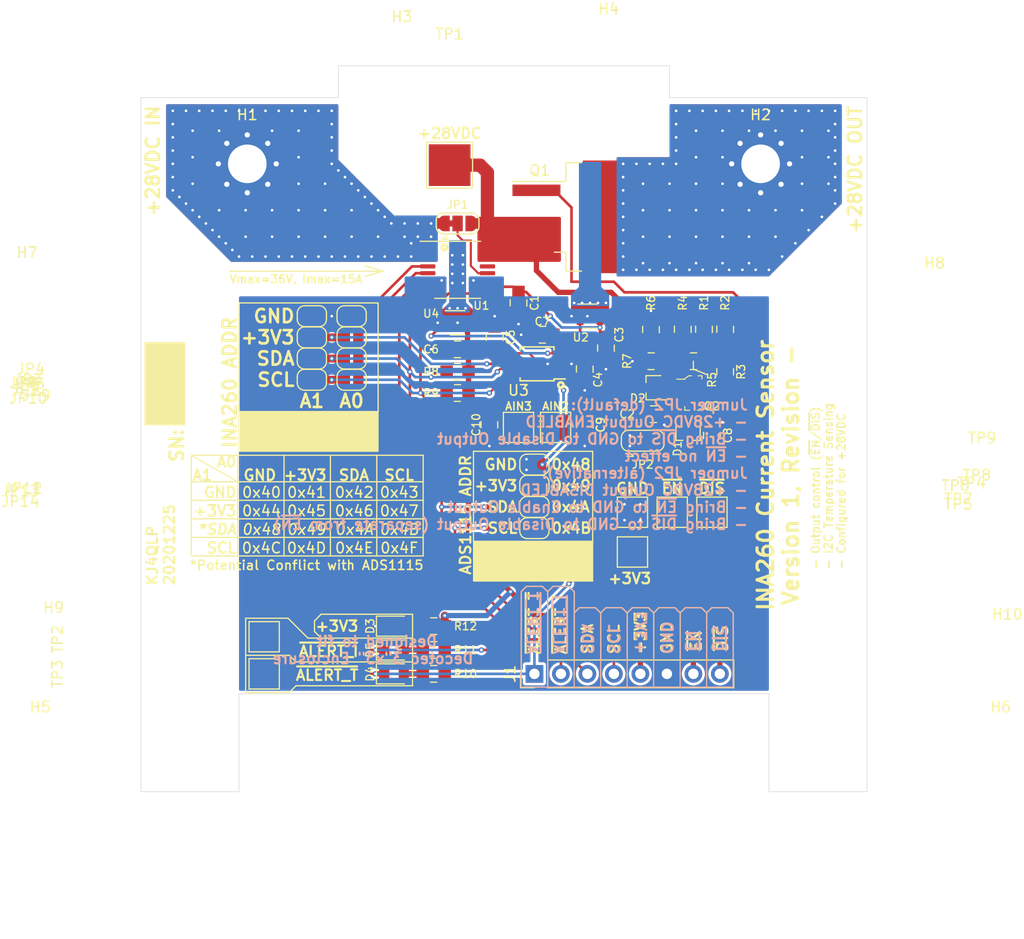
<source format=kicad_pcb>
(kicad_pcb (version 20171130) (host pcbnew 5.1.6-c6e7f7d~87~ubuntu16.04.1)
  (layers (0 F.Cu signal) (31 B.Cu signal) (34 B.Paste user) (35 F.Paste user) (36 B.SilkS user) (37 F.SilkS user) (38 B.Mask user) (39 F.Mask user) (44 Edge.Cuts user))
  (net 0 "")
  (net 1 +3V3)
  (net 2 GND)
  (net 3 ~EN)
  (net 4 ~DIS)
  (net 5 "Net-(D1-Pad2)")
  (net 6 "Net-(D1-Pad1)")
  (net 7 "Net-(D2-Pad2)")
  (net 8 "Net-(D2-Pad1)")
  (net 9 +28VDC_IN)
  (net 10 "Net-(JP1-Pad3)")
  (net 11 +28VDC_OUT)
  (net 12 "Net-(Q1-Pad1)")
  (net 13 "Net-(Q2-Pad1)")
  (net 14 "Net-(Q2-Pad3)")
  (net 15 "Net-(U1-Pad13)")
  (net 16 "Net-(U2-Pad5)")
  (net 17 "Net-(U2-Pad1)")
  (net 18 "Net-(U4-Pad5)")
  (net 19 "Net-(U4-Pad1)")
  (net 20 /VBUS)
  (net 21 SCL)
  (net 22 SDA)
  (net 23 ~ALERT)
  (net 24 "Net-(C2-Pad1)")
  (net 25 ALERT_RDY)
  (net 26 "Net-(JP11-Pad1)")
  (net 27 "Net-(D4-Pad2)")
  (net 28 "Net-(D5-Pad2)")
  (net 29 /AIN0)
  (net 30 /AIN1)
  (net 31 /A0)
  (net 32 /A1)
  (net 33 "Net-(D3-Pad2)")
  (net 34 /AIN2)
  (net 35 /AIN3)
  (module TestPoint:TestPoint_Pad_2.5x2.5mm (layer F.Cu) (at 163.322 91.948)
    (fp_text reference TP9 (at 44.45 1.016) (layer F.SilkS))
    (fp_text value AIN3)
    (pad 1 smd rect (at 0 0) (size 2.5 2.5) (layers F.Cu F.Mask) (net 35 /AIN3))
  )
  (module TestPoint:TestPoint_Pad_2.5x2.5mm (layer F.Cu) (at 166.878 91.948)
    (fp_text reference TP8 (at 40.386 4.572) (layer F.SilkS))
    (fp_text value AIN2)
    (pad 1 smd rect (at 0 0) (size 2.5 2.5) (layers F.Cu F.Mask) (net 34 /AIN2))
  )
  (module digikey-footprints:0805 (layer F.Cu) (at 160.528 91.694 270)
    (fp_text reference C10 (at 0 1.27 90) (layer F.SilkS) (effects (font (size 0.762 0.762) (thickness 0.127))))
    (fp_text value 0.1uF)
    (pad 1 smd rect (at -1.05 0 270) (size 1.2 1.2) (layers F.Cu F.Paste F.Mask) (net 35 /AIN3))
    (pad 2 smd rect (at 1.05 0 270) (size 1.2 1.2) (layers F.Cu F.Paste F.Mask) (net 2 GND))
  )
  (module digikey-footprints:0805 (layer F.Cu) (at 169.672 91.694 270)
    (fp_text reference C9 (at 0 -1.524 90) (layer F.SilkS) (effects (font (size 0.762 0.762))))
    (fp_text value 0.1uF)
    (pad 1 smd rect (at -1.05 0 270) (size 1.2 1.2) (layers F.Cu F.Paste F.Mask) (net 34 /AIN2))
    (pad 2 smd rect (at 1.05 0 270) (size 1.2 1.2) (layers F.Cu F.Paste F.Mask) (net 2 GND))
  )
  (module TestPoint:TestPoint_Pad_2.5x2.5mm (layer F.Cu) (at 174.244 103.886)
    (fp_text reference TP7 (at 31.242 -5.08) (layer F.SilkS))
    (fp_text value +3V3)
    (pad 1 smd rect (at 0 0) (size 2.5 2.5) (layers F.Cu F.Mask) (net 1 +3V3))
  )
  (module TestPoint:TestPoint_Pad_2.5x2.5mm (layer F.Cu) (at 181.864 100.076)
    (fp_text reference TP6 (at 23.368 -2.54) (layer F.SilkS))
    (fp_text value ~DIS)
    (pad 1 smd rect (at 0 0) (size 2.5 2.5) (layers F.Cu F.Mask) (net 4 ~DIS))
  )
  (module TestPoint:TestPoint_Pad_2.5x2.5mm (layer F.Cu) (at 178.054 100.076)
    (fp_text reference TP5 (at 27.432 -0.762) (layer F.SilkS))
    (fp_text value ~EN)
    (pad 1 smd rect (at 0 0) (size 2.5 2.5) (layers F.Cu F.Mask) (net 3 ~EN))
  )
  (module TestPoint:TestPoint_Pad_2.5x2.5mm (layer F.Cu) (at 174.244 100.076)
    (fp_text reference TP4 (at 32.512 -2.794) (layer F.SilkS))
    (fp_text value GND)
    (pad 1 smd rect (at 0 0) (size 2.5 2.5) (layers F.Cu F.Mask) (net 2 GND))
  )
  (module TestPoint:TestPoint_Pad_2.5x2.5mm (layer F.Cu) (at 138.938 115.57 90)
    (fp_text reference TP3 (at 0 -19.812 90) (layer F.SilkS))
    (fp_text value ALERT_RDY)
    (pad 1 smd rect (at 0 0 90) (size 2.5 2.5) (layers F.Cu F.Mask) (net 25 ALERT_RDY))
  )
  (module TestPoint:TestPoint_Pad_2.5x2.5mm (layer F.Cu) (at 138.938 112.014 90)
    (fp_text reference TP2 (at -0.254 -19.812 90) (layer F.SilkS))
    (fp_text value ~ALERT)
    (pad 1 smd rect (at 0 0 90) (size 2.5 2.5) (layers F.Cu F.Mask) (net 23 ~ALERT))
  )
  (module Connector_PinHeader_2.54mm:PinHeader_1x08_P2.54mm_Vertical (layer F.Cu) (at 164.846 115.57 90)
    (fp_text reference J1 (at 0 -2.33 90) (layer F.SilkS))
    (fp_text value Conn_01x08_Male)
    (pad 8 thru_hole oval (at 0 17.78 90) (size 1.7 1.7) (drill 1) (layers *.Cu *.Mask) (net 4 ~DIS))
    (pad 7 thru_hole oval (at 0 15.24 90) (size 1.7 1.7) (drill 1) (layers *.Cu *.Mask) (net 3 ~EN))
    (pad 6 thru_hole oval (at 0 12.7 90) (size 1.7 1.7) (drill 1) (layers *.Cu *.Mask) (net 2 GND))
    (pad 5 thru_hole oval (at 0 10.16 90) (size 1.7 1.7) (drill 1) (layers *.Cu *.Mask) (net 1 +3V3))
    (pad 4 thru_hole oval (at 0 7.62 90) (size 1.7 1.7) (drill 1) (layers *.Cu *.Mask) (net 21 SCL))
    (pad 3 thru_hole oval (at 0 5.08 90) (size 1.7 1.7) (drill 1) (layers *.Cu *.Mask) (net 22 SDA))
    (pad 2 thru_hole oval (at 0 2.54 90) (size 1.7 1.7) (drill 1) (layers *.Cu *.Mask) (net 23 ~ALERT))
    (pad 1 thru_hole rect (at 0 0 90) (size 1.7 1.7) (drill 1) (layers *.Cu *.Mask) (net 25 ALERT_RDY))
  )
  (module TestPoint:TestPoint_Pad_4.0x4.0mm (layer F.Cu) (at 156.718 66.802)
    (fp_text reference TP1 (at 0 -12.573) (layer F.SilkS))
    (fp_text value 28VDC)
    (pad 1 smd rect (at 0 0) (size 4 4) (layers F.Cu F.Mask) (net 10 "Net-(JP1-Pad3)"))
  )
  (module digikey-footprints:0805 (layer F.Cu) (at 155.194 110.998)
    (fp_text reference R12 (at 3.048 0 180) (layer F.SilkS) (effects (font (size 0.762 0.762) (thickness 0.127))))
    (fp_text value 10k)
    (pad 1 smd rect (at -1.05 0) (size 1.2 1.2) (layers F.Cu F.Paste F.Mask) (net 33 "Net-(D3-Pad2)"))
    (pad 2 smd rect (at 1.05 0) (size 1.2 1.2) (layers F.Cu F.Paste F.Mask) (net 1 +3V3))
  )
  (module LED_SMD:LED_0805_2012Metric (layer F.Cu) (at 151.384 110.998)
    (fp_text reference D3 (at -2.286 0 90) (layer F.SilkS) (effects (font (size 0.762 0.762) (thickness 0.127))))
    (fp_text value LED)
    (pad 2 smd roundrect (at 0.9375 0) (size 0.975 1.4) (layers F.Cu F.Paste F.Mask) (net 33 "Net-(D3-Pad2)"))
    (pad 1 smd roundrect (at -0.9375 0) (size 0.975 1.4) (layers F.Cu F.Paste F.Mask) (net 2 GND))
  )
  (module digikey-footprints:0805 (layer F.Cu) (at 181.864 92.71 90)
    (fp_text reference C8 (at 0 1.524 90) (layer F.SilkS) (effects (font (size 0.762 0.762) (thickness 0.127))))
    (fp_text value 0.1uF)
    (pad 1 smd rect (at -1.05 0 90) (size 1.2 1.2) (layers F.Cu F.Paste F.Mask) (net 4 ~DIS))
    (pad 2 smd rect (at 1.05 0 90) (size 1.2 1.2) (layers F.Cu F.Paste F.Mask) (net 2 GND))
  )
  (module MountingHole:MountingHole_3.2mm_M3 (layer F.Cu) (at 193.675 112.7125)
    (fp_text reference H10 (at 16.51 -2.8575) (layer F.SilkS))
    (fp_text value "#4")
    (pad 1 np_thru_hole circle (at 0 0) (size 3.2 3.2) (drill 3.2) (layers *.Cu *.Mask))
  )
  (module MountingHole:MountingHole_3.2mm_M3 (layer F.Cu) (at 130.175 112.7125)
    (fp_text reference H9 (at -11.43 -3.4925) (layer F.SilkS))
    (fp_text value "#4")
    (pad 1 np_thru_hole circle (at 0 0) (size 3.2 3.2) (drill 3.2) (layers *.Cu *.Mask))
  )
  (module MountingHole:MountingHole_3.2mm_M3 (layer F.Cu) (at 193.675 79.375)
    (fp_text reference H8 (at 9.525 -3.175) (layer F.SilkS))
    (fp_text value "#4")
    (pad 1 np_thru_hole circle (at 0 0) (size 3.2 3.2) (drill 3.2) (layers *.Cu *.Mask))
  )
  (module MountingHole:MountingHole_3.2mm_M3 (layer F.Cu) (at 130.175 79.375)
    (fp_text reference H7 (at -13.97 -4.2) (layer F.SilkS))
    (fp_text value "#4")
    (pad 1 np_thru_hole circle (at 0 0) (size 3.2 3.2) (drill 3.2) (layers *.Cu *.Mask))
  )
  (module LED_SMD:LED_0805_2012Metric (layer F.Cu) (at 151.384 113.284)
    (fp_text reference D5 (at -2.286 0 90) (layer F.SilkS) (effects (font (size 0.762 0.762) (thickness 0.127))))
    (fp_text value LED)
    (pad 2 smd roundrect (at 0.9375 0) (size 0.975 1.4) (layers F.Cu F.Paste F.Mask) (net 28 "Net-(D5-Pad2)"))
    (pad 1 smd roundrect (at -0.9375 0) (size 0.975 1.4) (layers F.Cu F.Paste F.Mask) (net 23 ~ALERT))
  )
  (module LED_SMD:LED_0805_2012Metric (layer F.Cu) (at 151.384 115.57)
    (fp_text reference D4 (at -2.286 0 90) (layer F.SilkS) (effects (font (size 0.762 0.762) (thickness 0.127))))
    (fp_text value LED)
    (pad 2 smd roundrect (at 0.9375 0) (size 0.975 1.4) (layers F.Cu F.Paste F.Mask) (net 27 "Net-(D4-Pad2)"))
    (pad 1 smd roundrect (at -0.9375 0) (size 0.975 1.4) (layers F.Cu F.Paste F.Mask) (net 25 ALERT_RDY))
  )
  (module digikey-footprints:0805 (layer F.Cu) (at 155.194 115.57)
    (fp_text reference R10 (at 3.048 0 180) (layer F.SilkS) (effects (font (size 0.762 0.762) (thickness 0.127))))
    (fp_text value 10k)
    (pad 1 smd rect (at -1.05 0) (size 1.2 1.2) (layers F.Cu F.Paste F.Mask) (net 27 "Net-(D4-Pad2)"))
    (pad 2 smd rect (at 1.05 0) (size 1.2 1.2) (layers F.Cu F.Paste F.Mask) (net 1 +3V3))
  )
  (module digikey-footprints:0805 (layer F.Cu) (at 155.194 113.284)
    (fp_text reference R11 (at 3.048 0 180) (layer F.SilkS) (effects (font (size 0.762 0.762) (thickness 0.127))))
    (fp_text value 10k)
    (pad 1 smd rect (at -1.05 0) (size 1.2 1.2) (layers F.Cu F.Paste F.Mask) (net 28 "Net-(D5-Pad2)"))
    (pad 2 smd rect (at 1.05 0) (size 1.2 1.2) (layers F.Cu F.Paste F.Mask) (net 1 +3V3))
  )
  (module Jumper:SolderJumper-2_P1.3mm_Open_RoundedPad1.0x1.5mm (layer F.Cu) (at 164.846 101.6 180)
    (fp_text reference JP14 (at 49.276 2.54) (layer F.SilkS))
    (fp_text value T_ADDR)
    (pad 2 smd custom (at 0.65 0 180) (size 1 0.5) (layers F.Cu F.Mask) (net 21 SCL) (options (clearance outline) (anchor rect)) (primitives (gr_circle (center 0 0.25) (end 0.5 0.25) (width 0)) (gr_circle (center 0 -0.25) (end 0.5 -0.25) (width 0)) (gr_poly (pts (xy 0 -0.75) (xy -0.5 -0.75) (xy -0.5 0.75) (xy 0 0.75)) (width 0))))
    (pad 1 smd custom (at -0.65 0 180) (size 1 0.5) (layers F.Cu F.Mask) (net 26 "Net-(JP11-Pad1)") (options (clearance outline) (anchor rect)) (primitives (gr_circle (center 0 0.25) (end 0.5 0.25) (width 0)) (gr_circle (center 0 -0.25) (end 0.5 -0.25) (width 0)) (gr_poly (pts (xy 0 -0.75) (xy 0.5 -0.75) (xy 0.5 0.75) (xy 0 0.75)) (width 0))))
  )
  (module Jumper:SolderJumper-2_P1.3mm_Open_RoundedPad1.0x1.5mm (layer F.Cu) (at 164.846 99.568 180)
    (fp_text reference JP13 (at 49.276 1.524) (layer F.SilkS))
    (fp_text value T_ADDR)
    (pad 2 smd custom (at 0.65 0 180) (size 1 0.5) (layers F.Cu F.Mask) (net 22 SDA) (options (clearance outline) (anchor rect)) (primitives (gr_circle (center 0 0.25) (end 0.5 0.25) (width 0)) (gr_circle (center 0 -0.25) (end 0.5 -0.25) (width 0)) (gr_poly (pts (xy 0 -0.75) (xy -0.5 -0.75) (xy -0.5 0.75) (xy 0 0.75)) (width 0))))
    (pad 1 smd custom (at -0.65 0 180) (size 1 0.5) (layers F.Cu F.Mask) (net 26 "Net-(JP11-Pad1)") (options (clearance outline) (anchor rect)) (primitives (gr_circle (center 0 0.25) (end 0.5 0.25) (width 0)) (gr_circle (center 0 -0.25) (end 0.5 -0.25) (width 0)) (gr_poly (pts (xy 0 -0.75) (xy 0.5 -0.75) (xy 0.5 0.75) (xy 0 0.75)) (width 0))))
  )
  (module Jumper:SolderJumper-2_P1.3mm_Open_RoundedPad1.0x1.5mm (layer F.Cu) (at 164.846 97.536 180)
    (fp_text reference JP12 (at 49.022 -0.254) (layer F.SilkS))
    (fp_text value T_ADDR)
    (pad 2 smd custom (at 0.65 0 180) (size 1 0.5) (layers F.Cu F.Mask) (net 1 +3V3) (options (clearance outline) (anchor rect)) (primitives (gr_circle (center 0 0.25) (end 0.5 0.25) (width 0)) (gr_circle (center 0 -0.25) (end 0.5 -0.25) (width 0)) (gr_poly (pts (xy 0 -0.75) (xy -0.5 -0.75) (xy -0.5 0.75) (xy 0 0.75)) (width 0))))
    (pad 1 smd custom (at -0.65 0 180) (size 1 0.5) (layers F.Cu F.Mask) (net 26 "Net-(JP11-Pad1)") (options (clearance outline) (anchor rect)) (primitives (gr_circle (center 0 0.25) (end 0.5 0.25) (width 0)) (gr_circle (center 0 -0.25) (end 0.5 -0.25) (width 0)) (gr_poly (pts (xy 0 -0.75) (xy 0.5 -0.75) (xy 0.5 0.75) (xy 0 0.75)) (width 0))))
  )
  (module Jumper:SolderJumper-2_P1.3mm_Open_RoundedPad1.0x1.5mm (layer F.Cu) (at 164.846 95.504 180)
    (fp_text reference JP11 (at 49.022 -2.286) (layer F.SilkS))
    (fp_text value T_ADDR)
    (pad 2 smd custom (at 0.65 0 180) (size 1 0.5) (layers F.Cu F.Mask) (net 2 GND) (options (clearance outline) (anchor rect)) (primitives (gr_circle (center 0 0.25) (end 0.5 0.25) (width 0)) (gr_circle (center 0 -0.25) (end 0.5 -0.25) (width 0)) (gr_poly (pts (xy 0 -0.75) (xy -0.5 -0.75) (xy -0.5 0.75) (xy 0 0.75)) (width 0))))
    (pad 1 smd custom (at -0.65 0 180) (size 1 0.5) (layers F.Cu F.Mask) (net 26 "Net-(JP11-Pad1)") (options (clearance outline) (anchor rect)) (primitives (gr_circle (center 0 0.25) (end 0.5 0.25) (width 0)) (gr_circle (center 0 -0.25) (end 0.5 -0.25) (width 0)) (gr_poly (pts (xy 0 -0.75) (xy 0.5 -0.75) (xy 0.5 0.75) (xy 0 0.75)) (width 0))))
  )
  (module Jumper:SolderJumper-3_P1.3mm_Bridged12_RoundedPad1.0x1.5mm (layer F.Cu) (at 175.23 93.218)
    (fp_text reference JP2 (at 0 2.286) (layer F.SilkS) (effects (font (size 0.762 0.762) (thickness 0.127))))
    (fp_text value VBUS)
    (fp_poly (pts (xy -0.9 -0.3) (xy -0.4 -0.3) (xy -0.4 0.3) (xy -0.9 0.3)) (layer F.Cu) (width 0))
    (pad 1 smd custom (at -1.3 0) (size 1 0.5) (layers F.Cu F.Mask) (net 2 GND) (options (clearance outline) (anchor rect)) (primitives (gr_circle (center 0 0.25) (end 0.5 0.25) (width 0)) (gr_circle (center 0 -0.25) (end 0.5 -0.25) (width 0)) (gr_poly (pts (xy 0.55 -0.75) (xy 0 -0.75) (xy 0 0.75) (xy 0.55 0.75)) (width 0))))
    (pad 2 smd rect (at 0 0) (size 1 1.5) (layers F.Cu F.Mask) (net 24 "Net-(C2-Pad1)"))
    (pad 3 smd custom (at 1.3 0) (size 1 0.5) (layers F.Cu F.Mask) (net 3 ~EN) (options (clearance outline) (anchor rect)) (primitives (gr_circle (center 0 0.25) (end 0.5 0.25) (width 0)) (gr_circle (center 0 -0.25) (end 0.5 -0.25) (width 0)) (gr_poly (pts (xy -0.55 -0.75) (xy 0 -0.75) (xy 0 0.75) (xy -0.55 0.75)) (width 0))))
  )
  (module digikey-footprints:0805 (layer F.Cu) (at 157.48 88.646)
    (fp_text reference R9 (at -2.54 0) (layer F.SilkS) (effects (font (size 0.762 0.762) (thickness 0.127))))
    (fp_text value 10k)
    (pad 1 smd rect (at -1.05 0) (size 1.2 1.2) (layers F.Cu F.Paste F.Mask) (net 21 SCL))
    (pad 2 smd rect (at 1.05 0) (size 1.2 1.2) (layers F.Cu F.Paste F.Mask) (net 1 +3V3))
  )
  (module digikey-footprints:0805 (layer F.Cu) (at 157.48 86.614)
    (fp_text reference R8 (at -2.54 0) (layer F.SilkS) (effects (font (size 0.762 0.762) (thickness 0.127))))
    (fp_text value 10k)
    (pad 1 smd rect (at -1.05 0) (size 1.2 1.2) (layers F.Cu F.Paste F.Mask) (net 22 SDA))
    (pad 2 smd rect (at 1.05 0) (size 1.2 1.2) (layers F.Cu F.Paste F.Mask) (net 1 +3V3))
  )
  (module MountingHole:MountingHole_3.7mm_Pad_Via (layer F.Cu) (at 186.53125 66.675)
    (fp_text reference H2 (at 0 -4.7) (layer F.SilkS))
    (fp_text value +28VDC_OUT)
    (pad 1 thru_hole circle (at 1.962221 -1.962221) (size 0.8 0.8) (drill 0.5) (layers *.Cu *.Mask) (net 11 +28VDC_OUT))
    (pad 1 thru_hole circle (at 0 -2.775) (size 0.8 0.8) (drill 0.5) (layers *.Cu *.Mask) (net 11 +28VDC_OUT))
    (pad 1 thru_hole circle (at -1.962221 -1.962221) (size 0.8 0.8) (drill 0.5) (layers *.Cu *.Mask) (net 11 +28VDC_OUT))
    (pad 1 thru_hole circle (at -2.775 0) (size 0.8 0.8) (drill 0.5) (layers *.Cu *.Mask) (net 11 +28VDC_OUT))
    (pad 1 thru_hole circle (at -1.962221 1.962221) (size 0.8 0.8) (drill 0.5) (layers *.Cu *.Mask) (net 11 +28VDC_OUT))
    (pad 1 thru_hole circle (at 0 2.775) (size 0.8 0.8) (drill 0.5) (layers *.Cu *.Mask) (net 11 +28VDC_OUT))
    (pad 1 thru_hole circle (at 1.962221 1.962221) (size 0.8 0.8) (drill 0.5) (layers *.Cu *.Mask) (net 11 +28VDC_OUT))
    (pad 1 thru_hole circle (at 2.775 0) (size 0.8 0.8) (drill 0.5) (layers *.Cu *.Mask) (net 11 +28VDC_OUT))
    (pad 1 thru_hole circle (at 0 0) (size 7.4 7.4) (drill 3.7) (layers *.Cu *.Mask) (net 11 +28VDC_OUT))
  )
  (module MountingHole:MountingHole_3.7mm_Pad_Via (layer F.Cu) (at 137.31875 66.675)
    (fp_text reference H1 (at 0 -4.7) (layer F.SilkS))
    (fp_text value +28VDC_IN)
    (pad 1 thru_hole circle (at 1.962221 -1.962221) (size 0.8 0.8) (drill 0.5) (layers *.Cu *.Mask) (net 9 +28VDC_IN))
    (pad 1 thru_hole circle (at 0 -2.775) (size 0.8 0.8) (drill 0.5) (layers *.Cu *.Mask) (net 9 +28VDC_IN))
    (pad 1 thru_hole circle (at -1.962221 -1.962221) (size 0.8 0.8) (drill 0.5) (layers *.Cu *.Mask) (net 9 +28VDC_IN))
    (pad 1 thru_hole circle (at -2.775 0) (size 0.8 0.8) (drill 0.5) (layers *.Cu *.Mask) (net 9 +28VDC_IN))
    (pad 1 thru_hole circle (at -1.962221 1.962221) (size 0.8 0.8) (drill 0.5) (layers *.Cu *.Mask) (net 9 +28VDC_IN))
    (pad 1 thru_hole circle (at 0 2.775) (size 0.8 0.8) (drill 0.5) (layers *.Cu *.Mask) (net 9 +28VDC_IN))
    (pad 1 thru_hole circle (at 1.962221 1.962221) (size 0.8 0.8) (drill 0.5) (layers *.Cu *.Mask) (net 9 +28VDC_IN))
    (pad 1 thru_hole circle (at 2.775 0) (size 0.8 0.8) (drill 0.5) (layers *.Cu *.Mask) (net 9 +28VDC_IN))
    (pad 1 thru_hole circle (at 0 0) (size 7.4 7.4) (drill 3.7) (layers *.Cu *.Mask) (net 9 +28VDC_IN))
  )
  (module MountingHole:MountingHole_3.2mm_M3 (layer F.Cu) (at 193.675 123.03125)
    (fp_text reference H6 (at 15.875 -4.28625) (layer F.SilkS))
    (fp_text value "#4")
    (pad 1 np_thru_hole circle (at 0 0) (size 3.2 3.2) (drill 3.2) (layers *.Cu *.Mask))
  )
  (module MountingHole:MountingHole_3.2mm_M3 (layer F.Cu) (at 130.175 123.03125)
    (fp_text reference H5 (at -12.7 -4.28625) (layer F.SilkS))
    (fp_text value "#4")
    (pad 1 np_thru_hole circle (at 0 0) (size 3.2 3.2) (drill 3.2) (layers *.Cu *.Mask))
  )
  (module MountingHole:MountingHole_3.2mm_M3 (layer F.Cu) (at 171.78655 60.325)
    (fp_text reference H4 (at 0.17145 -8.509) (layer F.SilkS))
    (fp_text value "#4")
    (pad 1 np_thru_hole circle (at 0 0) (size 3.2 3.2) (drill 3.2) (layers *.Cu *.Mask))
  )
  (module MountingHole:MountingHole_3.2mm_M3 (layer F.Cu) (at 152.06345 60.325)
    (fp_text reference H3 (at 0.08255 -7.747) (layer F.SilkS))
    (fp_text value "#4")
    (pad 1 np_thru_hole circle (at 0 0) (size 3.2 3.2) (drill 3.2) (layers *.Cu *.Mask))
  )
  (module Package_TO_SOT_SMD:TO-263-2 (layer F.Cu) (at 170.815 71.755)
    (fp_text reference Q1 (at -5.461 -4.445) (layer F.SilkS))
    (fp_text value FQP27P06)
    (pad 2 smd rect (at 3.375 0) (size 9.4 10.8) (layers F.Cu F.Mask) (net 11 +28VDC_OUT))
    (pad 3 smd rect (at -5.775 2.54) (size 4.6 1.1) (layers F.Cu F.Paste F.Mask) (net 10 "Net-(JP1-Pad3)"))
    (pad 1 smd rect (at -5.775 -2.54) (size 4.6 1.1) (layers F.Cu F.Paste F.Mask) (net 12 "Net-(Q1-Pad1)"))
  )
  (module Package_TO_SOT_SMD:SOT-353_SC-70-5 (layer F.Cu) (at 157.48 81.915)
    (fp_text reference U4 (at -2.54 -0.889) (layer F.SilkS) (effects (font (size 0.762 0.762) (thickness 0.127))))
    (fp_text value MCP9700AT-ELT)
    (pad 5 smd rect (at 0.95 -0.65) (size 0.65 0.4) (layers F.Cu F.Paste F.Mask) (net 18 "Net-(U4-Pad5)"))
    (pad 4 smd rect (at 0.95 0.65) (size 0.65 0.4) (layers F.Cu F.Paste F.Mask) (net 1 +3V3))
    (pad 2 smd rect (at -0.95 0) (size 0.65 0.4) (layers F.Cu F.Paste F.Mask) (net 2 GND))
    (pad 3 smd rect (at -0.95 0.65) (size 0.65 0.4) (layers F.Cu F.Paste F.Mask) (net 30 /AIN1))
    (pad 1 smd rect (at -0.95 -0.65) (size 0.65 0.4) (layers F.Cu F.Paste F.Mask) (net 19 "Net-(U4-Pad1)"))
  )
  (module Package_SO:TSSOP-10_3x3mm_P0.5mm (layer F.Cu) (at 165.1 85.852 180)
    (fp_text reference U3 (at 1.778 -2.54) (layer F.SilkS))
    (fp_text value ADS1115IDGS)
    (pad 10 smd rect (at 2.15 -1 180) (size 1.1 0.25) (layers F.Cu F.Paste F.Mask) (net 21 SCL))
    (pad 9 smd rect (at 2.15 -0.5 180) (size 1.1 0.25) (layers F.Cu F.Paste F.Mask) (net 22 SDA))
    (pad 8 smd rect (at 2.15 0 180) (size 1.1 0.25) (layers F.Cu F.Paste F.Mask) (net 1 +3V3))
    (pad 7 smd rect (at 2.15 0.5 180) (size 1.1 0.25) (layers F.Cu F.Paste F.Mask) (net 35 /AIN3))
    (pad 6 smd rect (at 2.15 1 180) (size 1.1 0.25) (layers F.Cu F.Paste F.Mask) (net 34 /AIN2))
    (pad 5 smd rect (at -2.15 1 180) (size 1.1 0.25) (layers F.Cu F.Paste F.Mask) (net 30 /AIN1))
    (pad 4 smd rect (at -2.15 0.5 180) (size 1.1 0.25) (layers F.Cu F.Paste F.Mask) (net 29 /AIN0))
    (pad 3 smd rect (at -2.15 0 180) (size 1.1 0.25) (layers F.Cu F.Paste F.Mask) (net 2 GND))
    (pad 2 smd rect (at -2.15 -0.5 180) (size 1.1 0.25) (layers F.Cu F.Paste F.Mask) (net 25 ALERT_RDY))
    (pad 1 smd rect (at -2.15 -1 180) (size 1.1 0.25) (layers F.Cu F.Paste F.Mask) (net 26 "Net-(JP11-Pad1)"))
  )
  (module Package_TO_SOT_SMD:SOT-353_SC-70-5 (layer F.Cu) (at 170.18 81.28)
    (fp_text reference U2 (at -0.889 2.032) (layer F.SilkS) (effects (font (size 0.762 0.762) (thickness 0.127))))
    (fp_text value MCP9700AT-ELT)
    (pad 5 smd rect (at 0.95 -0.65) (size 0.65 0.4) (layers F.Cu F.Paste F.Mask) (net 16 "Net-(U2-Pad5)"))
    (pad 4 smd rect (at 0.95 0.65) (size 0.65 0.4) (layers F.Cu F.Paste F.Mask) (net 1 +3V3))
    (pad 2 smd rect (at -0.95 0) (size 0.65 0.4) (layers F.Cu F.Paste F.Mask) (net 2 GND))
    (pad 3 smd rect (at -0.95 0.65) (size 0.65 0.4) (layers F.Cu F.Paste F.Mask) (net 29 /AIN0))
    (pad 1 smd rect (at -0.95 -0.65) (size 0.65 0.4) (layers F.Cu F.Paste F.Mask) (net 17 "Net-(U2-Pad1)"))
  )
  (module Package_SO:TSSOP-16_4.4x5mm_P0.65mm (layer F.Cu) (at 157.48 76.835)
    (fp_text reference U1 (at 2.286 3.429) (layer F.SilkS) (effects (font (size 0.762 0.762) (thickness 0.127))))
    (fp_text value INA260)
    (pad 16 smd roundrect (at 2.8625 -2.275) (size 1.475 0.4) (layers F.Cu F.Paste F.Mask) (net 10 "Net-(JP1-Pad3)"))
    (pad 15 smd roundrect (at 2.8625 -1.625) (size 1.475 0.4) (layers F.Cu F.Paste F.Mask) (net 10 "Net-(JP1-Pad3)"))
    (pad 14 smd roundrect (at 2.8625 -0.975) (size 1.475 0.4) (layers F.Cu F.Paste F.Mask) (net 10 "Net-(JP1-Pad3)"))
    (pad 13 smd roundrect (at 2.8625 -0.325) (size 1.475 0.4) (layers F.Cu F.Paste F.Mask) (net 15 "Net-(U1-Pad13)"))
    (pad 12 smd roundrect (at 2.8625 0.325) (size 1.475 0.4) (layers F.Cu F.Paste F.Mask) (net 20 /VBUS))
    (pad 11 smd roundrect (at 2.8625 0.975) (size 1.475 0.4) (layers F.Cu F.Paste F.Mask) (net 2 GND))
    (pad 10 smd roundrect (at 2.8625 1.625) (size 1.475 0.4) (layers F.Cu F.Paste F.Mask) (net 1 +3V3))
    (pad 9 smd roundrect (at 2.8625 2.275) (size 1.475 0.4) (layers F.Cu F.Paste F.Mask) (net 21 SCL))
    (pad 8 smd roundrect (at -2.8625 2.275) (size 1.475 0.4) (layers F.Cu F.Paste F.Mask) (net 22 SDA))
    (pad 7 smd roundrect (at -2.8625 1.625) (size 1.475 0.4) (layers F.Cu F.Paste F.Mask) (net 23 ~ALERT))
    (pad 6 smd roundrect (at -2.8625 0.975) (size 1.475 0.4) (layers F.Cu F.Paste F.Mask) (net 2 GND))
    (pad 5 smd roundrect (at -2.8625 0.325) (size 1.475 0.4) (layers F.Cu F.Paste F.Mask) (net 31 /A0))
    (pad 4 smd roundrect (at -2.8625 -0.325) (size 1.475 0.4) (layers F.Cu F.Paste F.Mask) (net 32 /A1))
    (pad 3 smd roundrect (at -2.8625 -0.975) (size 1.475 0.4) (layers F.Cu F.Paste F.Mask) (net 9 +28VDC_IN))
    (pad 2 smd roundrect (at -2.8625 -1.625) (size 1.475 0.4) (layers F.Cu F.Paste F.Mask) (net 9 +28VDC_IN))
    (pad 1 smd roundrect (at -2.8625 -2.275) (size 1.475 0.4) (layers F.Cu F.Paste F.Mask) (net 9 +28VDC_IN))
  )
  (module digikey-footprints:0805 (layer F.Cu) (at 176.022 82.549999 90)
    (fp_text reference R6 (at 2.539999 0 90) (layer F.SilkS) (effects (font (size 0.762 0.762) (thickness 0.127))))
    (fp_text value 2.5k)
    (pad 1 smd rect (at -1.05 0 90) (size 1.2 1.2) (layers F.Cu F.Paste F.Mask) (net 8 "Net-(D2-Pad1)"))
    (pad 2 smd rect (at 1.05 0 90) (size 1.2 1.2) (layers F.Cu F.Paste F.Mask) (net 2 GND))
  )
  (module digikey-footprints:0805 (layer F.Cu) (at 179.07 82.55 270)
    (fp_text reference R4 (at -2.54 0 90) (layer F.SilkS) (effects (font (size 0.762 0.762) (thickness 0.127))))
    (fp_text value 20k)
    (pad 1 smd rect (at -1.05 0 270) (size 1.2 1.2) (layers F.Cu F.Paste F.Mask) (net 10 "Net-(JP1-Pad3)"))
    (pad 2 smd rect (at 1.05 0 270) (size 1.2 1.2) (layers F.Cu F.Paste F.Mask) (net 8 "Net-(D2-Pad1)"))
  )
  (module digikey-footprints:0805 (layer F.Cu) (at 183.134 86.614 270)
    (fp_text reference R3 (at 0 -1.524 90) (layer F.SilkS) (effects (font (size 0.762 0.762) (thickness 0.127))))
    (fp_text value 13k)
    (pad 1 smd rect (at -1.05 0 270) (size 1.2 1.2) (layers F.Cu F.Paste F.Mask) (net 12 "Net-(Q1-Pad1)"))
    (pad 2 smd rect (at 1.05 0 270) (size 1.2 1.2) (layers F.Cu F.Paste F.Mask) (net 14 "Net-(Q2-Pad3)"))
  )
  (module digikey-footprints:0805 (layer F.Cu) (at 183.134 82.55 270)
    (fp_text reference R2 (at -2.54 0 90) (layer F.SilkS) (effects (font (size 0.762 0.762) (thickness 0.127))))
    (fp_text value 10k)
    (pad 1 smd rect (at -1.05 0 270) (size 1.2 1.2) (layers F.Cu F.Paste F.Mask) (net 10 "Net-(JP1-Pad3)"))
    (pad 2 smd rect (at 1.05 0 270) (size 1.2 1.2) (layers F.Cu F.Paste F.Mask) (net 12 "Net-(Q1-Pad1)"))
  )
  (module digikey-footprints:0805 (layer F.Cu) (at 176.022 85.598 180)
    (fp_text reference R7 (at 2.286 0 270) (layer F.SilkS) (effects (font (size 0.762 0.762) (thickness 0.127))))
    (fp_text value 2k)
    (pad 1 smd rect (at -1.05 0 180) (size 1.2 1.2) (layers F.Cu F.Paste F.Mask) (net 13 "Net-(Q2-Pad1)"))
    (pad 2 smd rect (at 1.05 0 180) (size 1.2 1.2) (layers F.Cu F.Paste F.Mask) (net 2 GND))
  )
  (module digikey-footprints:0805 (layer F.Cu) (at 180.086 85.598 180)
    (fp_text reference R5 (at -1.778 -1.778 270) (layer F.SilkS) (effects (font (size 0.762 0.762) (thickness 0.127))))
    (fp_text value 6k)
    (pad 1 smd rect (at -1.05 0 180) (size 1.2 1.2) (layers F.Cu F.Paste F.Mask) (net 6 "Net-(D1-Pad1)"))
    (pad 2 smd rect (at 1.05 0 180) (size 1.2 1.2) (layers F.Cu F.Paste F.Mask) (net 13 "Net-(Q2-Pad1)"))
  )
  (module digikey-footprints:0805 (layer F.Cu) (at 181.102 82.55 270)
    (fp_text reference R1 (at -2.54 0 90) (layer F.SilkS) (effects (font (size 0.762 0.762) (thickness 0.127))))
    (fp_text value 10k)
    (pad 1 smd rect (at -1.05 0 270) (size 1.2 1.2) (layers F.Cu F.Paste F.Mask) (net 10 "Net-(JP1-Pad3)"))
    (pad 2 smd rect (at 1.05 0 270) (size 1.2 1.2) (layers F.Cu F.Paste F.Mask) (net 6 "Net-(D1-Pad1)"))
  )
  (module digikey-footprints:SOT-23-3 (layer F.Cu) (at 180.086 88.646)
    (fp_text reference Q2 (at 1.778 1.27) (layer F.SilkS) (effects (font (size 0.762 0.762) (thickness 0.127))))
    (fp_text value MMBTA06LT1G)
    (pad 1 smd rect (at -1.05 -0.95) (size 1.3 0.6) (layers F.Cu F.Paste F.Mask) (net 13 "Net-(Q2-Pad1)"))
    (pad 2 smd rect (at -1.05 0.95) (size 1.3 0.6) (layers F.Cu F.Paste F.Mask) (net 8 "Net-(D2-Pad1)"))
    (pad 3 smd rect (at 1.05 0) (size 1.3 0.6) (layers F.Cu F.Paste F.Mask) (net 14 "Net-(Q2-Pad3)"))
  )
  (module Jumper:SolderJumper-2_P1.3mm_Open_RoundedPad1.0x1.5mm (layer F.Cu) (at 143.51 87.376 180)
    (fp_text reference JP10 (at 27.178 -1.778) (layer F.SilkS))
    (fp_text value A1)
    (pad 2 smd custom (at 0.65 0 180) (size 1 0.5) (layers F.Cu F.Mask) (net 32 /A1) (options (clearance outline) (anchor rect)) (primitives (gr_circle (center 0 0.25) (end 0.5 0.25) (width 0)) (gr_circle (center 0 -0.25) (end 0.5 -0.25) (width 0)) (gr_poly (pts (xy 0 -0.75) (xy -0.5 -0.75) (xy -0.5 0.75) (xy 0 0.75)) (width 0))))
    (pad 1 smd custom (at -0.65 0 180) (size 1 0.5) (layers F.Cu F.Mask) (net 21 SCL) (options (clearance outline) (anchor rect)) (primitives (gr_circle (center 0 0.25) (end 0.5 0.25) (width 0)) (gr_circle (center 0 -0.25) (end 0.5 -0.25) (width 0)) (gr_poly (pts (xy 0 -0.75) (xy 0.5 -0.75) (xy 0.5 0.75) (xy 0 0.75)) (width 0))))
  )
  (module Jumper:SolderJumper-2_P1.3mm_Open_RoundedPad1.0x1.5mm (layer F.Cu) (at 147.32 87.376 180)
    (fp_text reference JP9 (at 30.226 -1.524) (layer F.SilkS))
    (fp_text value A0)
    (pad 2 smd custom (at 0.65 0 180) (size 1 0.5) (layers F.Cu F.Mask) (net 21 SCL) (options (clearance outline) (anchor rect)) (primitives (gr_circle (center 0 0.25) (end 0.5 0.25) (width 0)) (gr_circle (center 0 -0.25) (end 0.5 -0.25) (width 0)) (gr_poly (pts (xy 0 -0.75) (xy -0.5 -0.75) (xy -0.5 0.75) (xy 0 0.75)) (width 0))))
    (pad 1 smd custom (at -0.65 0 180) (size 1 0.5) (layers F.Cu F.Mask) (net 31 /A0) (options (clearance outline) (anchor rect)) (primitives (gr_circle (center 0 0.25) (end 0.5 0.25) (width 0)) (gr_circle (center 0 -0.25) (end 0.5 -0.25) (width 0)) (gr_poly (pts (xy 0 -0.75) (xy 0.5 -0.75) (xy 0.5 0.75) (xy 0 0.75)) (width 0))))
  )
  (module Jumper:SolderJumper-2_P1.3mm_Open_RoundedPad1.0x1.5mm (layer F.Cu) (at 143.51 85.344 180)
    (fp_text reference JP8 (at 27.686 -2.286) (layer F.SilkS))
    (fp_text value A1)
    (pad 2 smd custom (at 0.65 0 180) (size 1 0.5) (layers F.Cu F.Mask) (net 32 /A1) (options (clearance outline) (anchor rect)) (primitives (gr_circle (center 0 0.25) (end 0.5 0.25) (width 0)) (gr_circle (center 0 -0.25) (end 0.5 -0.25) (width 0)) (gr_poly (pts (xy 0 -0.75) (xy -0.5 -0.75) (xy -0.5 0.75) (xy 0 0.75)) (width 0))))
    (pad 1 smd custom (at -0.65 0 180) (size 1 0.5) (layers F.Cu F.Mask) (net 22 SDA) (options (clearance outline) (anchor rect)) (primitives (gr_circle (center 0 0.25) (end 0.5 0.25) (width 0)) (gr_circle (center 0 -0.25) (end 0.5 -0.25) (width 0)) (gr_poly (pts (xy 0 -0.75) (xy 0.5 -0.75) (xy 0.5 0.75) (xy 0 0.75)) (width 0))))
  )
  (module Jumper:SolderJumper-2_P1.3mm_Open_RoundedPad1.0x1.5mm (layer F.Cu) (at 147.32 85.344 180)
    (fp_text reference JP7 (at 31.242 -3.048) (layer F.SilkS))
    (fp_text value A0)
    (pad 2 smd custom (at 0.65 0 180) (size 1 0.5) (layers F.Cu F.Mask) (net 22 SDA) (options (clearance outline) (anchor rect)) (primitives (gr_circle (center 0 0.25) (end 0.5 0.25) (width 0)) (gr_circle (center 0 -0.25) (end 0.5 -0.25) (width 0)) (gr_poly (pts (xy 0 -0.75) (xy -0.5 -0.75) (xy -0.5 0.75) (xy 0 0.75)) (width 0))))
    (pad 1 smd custom (at -0.65 0 180) (size 1 0.5) (layers F.Cu F.Mask) (net 31 /A0) (options (clearance outline) (anchor rect)) (primitives (gr_circle (center 0 0.25) (end 0.5 0.25) (width 0)) (gr_circle (center 0 -0.25) (end 0.5 -0.25) (width 0)) (gr_poly (pts (xy 0 -0.75) (xy 0.5 -0.75) (xy 0.5 0.75) (xy 0 0.75)) (width 0))))
  )
  (module Jumper:SolderJumper-2_P1.3mm_Open_RoundedPad1.0x1.5mm (layer F.Cu) (at 143.51 83.312 180)
    (fp_text reference JP6 (at 27.432 -4.445) (layer F.SilkS))
    (fp_text value A1)
    (pad 2 smd custom (at 0.65 0 180) (size 1 0.5) (layers F.Cu F.Mask) (net 32 /A1) (options (clearance outline) (anchor rect)) (primitives (gr_circle (center 0 0.25) (end 0.5 0.25) (width 0)) (gr_circle (center 0 -0.25) (end 0.5 -0.25) (width 0)) (gr_poly (pts (xy 0 -0.75) (xy -0.5 -0.75) (xy -0.5 0.75) (xy 0 0.75)) (width 0))))
    (pad 1 smd custom (at -0.65 0 180) (size 1 0.5) (layers F.Cu F.Mask) (net 1 +3V3) (options (clearance outline) (anchor rect)) (primitives (gr_circle (center 0 0.25) (end 0.5 0.25) (width 0)) (gr_circle (center 0 -0.25) (end 0.5 -0.25) (width 0)) (gr_poly (pts (xy 0 -0.75) (xy 0.5 -0.75) (xy 0.5 0.75) (xy 0 0.75)) (width 0))))
  )
  (module Jumper:SolderJumper-2_P1.3mm_Open_RoundedPad1.0x1.5mm (layer F.Cu) (at 147.32 83.312 180)
    (fp_text reference JP5 (at 30.734 -4.445) (layer F.SilkS))
    (fp_text value A0)
    (pad 2 smd custom (at 0.65 0 180) (size 1 0.5) (layers F.Cu F.Mask) (net 1 +3V3) (options (clearance outline) (anchor rect)) (primitives (gr_circle (center 0 0.25) (end 0.5 0.25) (width 0)) (gr_circle (center 0 -0.25) (end 0.5 -0.25) (width 0)) (gr_poly (pts (xy 0 -0.75) (xy -0.5 -0.75) (xy -0.5 0.75) (xy 0 0.75)) (width 0))))
    (pad 1 smd custom (at -0.65 0 180) (size 1 0.5) (layers F.Cu F.Mask) (net 31 /A0) (options (clearance outline) (anchor rect)) (primitives (gr_circle (center 0 0.25) (end 0.5 0.25) (width 0)) (gr_circle (center 0 -0.25) (end 0.5 -0.25) (width 0)) (gr_poly (pts (xy 0 -0.75) (xy 0.5 -0.75) (xy 0.5 0.75) (xy 0 0.75)) (width 0))))
  )
  (module Jumper:SolderJumper-2_P1.3mm_Open_RoundedPad1.0x1.5mm (layer F.Cu) (at 143.51 81.28 180)
    (fp_text reference JP3 (at 27.178 -6.096) (layer F.SilkS))
    (fp_text value A1)
    (pad 2 smd custom (at 0.65 0 180) (size 1 0.5) (layers F.Cu F.Mask) (net 32 /A1) (options (clearance outline) (anchor rect)) (primitives (gr_circle (center 0 0.25) (end 0.5 0.25) (width 0)) (gr_circle (center 0 -0.25) (end 0.5 -0.25) (width 0)) (gr_poly (pts (xy 0 -0.75) (xy -0.5 -0.75) (xy -0.5 0.75) (xy 0 0.75)) (width 0))))
    (pad 1 smd custom (at -0.65 0 180) (size 1 0.5) (layers F.Cu F.Mask) (net 2 GND) (options (clearance outline) (anchor rect)) (primitives (gr_circle (center 0 0.25) (end 0.5 0.25) (width 0)) (gr_circle (center 0 -0.25) (end 0.5 -0.25) (width 0)) (gr_poly (pts (xy 0 -0.75) (xy 0.5 -0.75) (xy 0.5 0.75) (xy 0 0.75)) (width 0))))
  )
  (module Jumper:SolderJumper-2_P1.3mm_Open_RoundedPad1.0x1.5mm (layer F.Cu) (at 147.32 81.28 180)
    (fp_text reference JP4 (at 30.734 -5.08) (layer F.SilkS))
    (fp_text value A0)
    (pad 2 smd custom (at 0.65 0 180) (size 1 0.5) (layers F.Cu F.Mask) (net 2 GND) (options (clearance outline) (anchor rect)) (primitives (gr_circle (center 0 0.25) (end 0.5 0.25) (width 0)) (gr_circle (center 0 -0.25) (end 0.5 -0.25) (width 0)) (gr_poly (pts (xy 0 -0.75) (xy -0.5 -0.75) (xy -0.5 0.75) (xy 0 0.75)) (width 0))))
    (pad 1 smd custom (at -0.65 0 180) (size 1 0.5) (layers F.Cu F.Mask) (net 31 /A0) (options (clearance outline) (anchor rect)) (primitives (gr_circle (center 0 0.25) (end 0.5 0.25) (width 0)) (gr_circle (center 0 -0.25) (end 0.5 -0.25) (width 0)) (gr_poly (pts (xy 0 -0.75) (xy 0.5 -0.75) (xy 0.5 0.75) (xy 0 0.75)) (width 0))))
  )
  (module Jumper:SolderJumper-3_P1.3mm_Bridged12_RoundedPad1.0x1.5mm (layer F.Cu) (at 157.48 72.39)
    (fp_text reference JP1 (at 0 -1.8) (layer F.SilkS) (effects (font (size 0.762 0.762) (thickness 0.127))))
    (fp_text value VBUS)
    (fp_poly (pts (xy -0.9 -0.3) (xy -0.4 -0.3) (xy -0.4 0.3) (xy -0.9 0.3)) (layer F.Cu) (width 0))
    (pad 1 smd custom (at -1.3 0) (size 1 0.5) (layers F.Cu F.Mask) (net 9 +28VDC_IN) (options (clearance outline) (anchor rect)) (primitives (gr_circle (center 0 0.25) (end 0.5 0.25) (width 0)) (gr_circle (center 0 -0.25) (end 0.5 -0.25) (width 0)) (gr_poly (pts (xy 0.55 -0.75) (xy 0 -0.75) (xy 0 0.75) (xy 0.55 0.75)) (width 0))))
    (pad 2 smd rect (at 0 0) (size 1 1.5) (layers F.Cu F.Mask) (net 20 /VBUS))
    (pad 3 smd custom (at 1.3 0) (size 1 0.5) (layers F.Cu F.Mask) (net 10 "Net-(JP1-Pad3)") (options (clearance outline) (anchor rect)) (primitives (gr_circle (center 0 0.25) (end 0.5 0.25) (width 0)) (gr_circle (center 0 -0.25) (end 0.5 -0.25) (width 0)) (gr_poly (pts (xy -0.55 -0.75) (xy 0 -0.75) (xy 0 0.75) (xy -0.55 0.75)) (width 0))))
  )
  (module Package_TO_SOT_SMD:SOT-323_SC-70 (layer F.Cu) (at 176.276 88.138 180)
    (fp_text reference D2 (at 1.524 -1.016) (layer F.SilkS) (effects (font (size 0.762 0.762) (thickness 0.127))))
    (fp_text value BAS16W)
    (pad 3 smd rect (at 1 0 90) (size 0.45 0.7) (layers F.Cu F.Paste F.Mask) (net 24 "Net-(C2-Pad1)"))
    (pad 2 smd rect (at -1 0.65 90) (size 0.45 0.7) (layers F.Cu F.Paste F.Mask) (net 7 "Net-(D2-Pad2)"))
    (pad 1 smd rect (at -1 -0.65 90) (size 0.45 0.7) (layers F.Cu F.Paste F.Mask) (net 8 "Net-(D2-Pad1)"))
  )
  (module Package_TO_SOT_SMD:SOT-323_SC-70 (layer F.Cu) (at 179.578 92.456 270)
    (fp_text reference D1 (at 1.524 1.016 90) (layer F.SilkS) (effects (font (size 0.762 0.762) (thickness 0.127))))
    (fp_text value BAS16W)
    (pad 3 smd rect (at 1 0 180) (size 0.45 0.7) (layers F.Cu F.Paste F.Mask) (net 4 ~DIS))
    (pad 2 smd rect (at -1 0.65 180) (size 0.45 0.7) (layers F.Cu F.Paste F.Mask) (net 5 "Net-(D1-Pad2)"))
    (pad 1 smd rect (at -1 -0.65 180) (size 0.45 0.7) (layers F.Cu F.Paste F.Mask) (net 6 "Net-(D1-Pad1)"))
  )
  (module digikey-footprints:0805 (layer F.Cu) (at 165.608 83.058 180)
    (fp_text reference C7 (at 0 1.27) (layer F.SilkS) (effects (font (size 0.762 0.762) (thickness 0.127))))
    (fp_text value 0.1uF)
    (pad 1 smd rect (at -1.05 0 180) (size 1.2 1.2) (layers F.Cu F.Paste F.Mask) (net 30 /AIN1))
    (pad 2 smd rect (at 1.05 0 180) (size 1.2 1.2) (layers F.Cu F.Paste F.Mask) (net 2 GND))
  )
  (module digikey-footprints:0805 (layer F.Cu) (at 157.48 84.455)
    (fp_text reference C6 (at -2.54 0) (layer F.SilkS) (effects (font (size 0.762 0.762) (thickness 0.127))))
    (fp_text value 0.1uF)
    (pad 1 smd rect (at -1.05 0) (size 1.2 1.2) (layers F.Cu F.Paste F.Mask) (net 2 GND))
    (pad 2 smd rect (at 1.05 0) (size 1.2 1.2) (layers F.Cu F.Paste F.Mask) (net 1 +3V3))
  )
  (module digikey-footprints:0805 (layer F.Cu) (at 161.036 83.312 270)
    (fp_text reference C5 (at 0 -1.524 90) (layer F.SilkS) (effects (font (size 0.762 0.762) (thickness 0.127))))
    (fp_text value 0.1uF)
    (pad 1 smd rect (at -1.05 0 270) (size 1.2 1.2) (layers F.Cu F.Paste F.Mask) (net 2 GND))
    (pad 2 smd rect (at 1.05 0 270) (size 1.2 1.2) (layers F.Cu F.Paste F.Mask) (net 1 +3V3))
  )
  (module digikey-footprints:0805 (layer F.Cu) (at 169.672 86.36 270)
    (fp_text reference C4 (at 1.016 -1.27 90) (layer F.SilkS) (effects (font (size 0.762 0.762) (thickness 0.127))))
    (fp_text value 0.1uF)
    (pad 1 smd rect (at -1.05 0 270) (size 1.2 1.2) (layers F.Cu F.Paste F.Mask) (net 29 /AIN0))
    (pad 2 smd rect (at 1.05 0 270) (size 1.2 1.2) (layers F.Cu F.Paste F.Mask) (net 2 GND))
  )
  (module digikey-footprints:0805 (layer F.Cu) (at 171.704 84.328 90)
    (fp_text reference C3 (at 1.27 1.27 90) (layer F.SilkS) (effects (font (size 0.762 0.762) (thickness 0.127))))
    (fp_text value 0.1uF)
    (pad 1 smd rect (at -1.05 0 90) (size 1.2 1.2) (layers F.Cu F.Paste F.Mask) (net 2 GND))
    (pad 2 smd rect (at 1.05 0 90) (size 1.2 1.2) (layers F.Cu F.Paste F.Mask) (net 1 +3V3))
  )
  (module digikey-footprints:0805 (layer F.Cu) (at 176.276 90.678)
    (fp_text reference C2 (at -2.54 0) (layer F.SilkS) (effects (font (size 0.762 0.762) (thickness 0.127))))
    (fp_text value 0.1uF)
    (pad 1 smd rect (at -1.05 0) (size 1.2 1.2) (layers F.Cu F.Paste F.Mask) (net 24 "Net-(C2-Pad1)"))
    (pad 2 smd rect (at 1.05 0) (size 1.2 1.2) (layers F.Cu F.Paste F.Mask) (net 2 GND))
  )
  (module digikey-footprints:0805 (layer F.Cu) (at 163.322 80.01 270)
    (fp_text reference C1 (at 0 -1.524 90) (layer F.SilkS) (effects (font (size 0.762 0.762) (thickness 0.127))))
    (fp_text value 0.1uF)
    (pad 1 smd rect (at -1.05 0 270) (size 1.2 1.2) (layers F.Cu F.Paste F.Mask) (net 1 +3V3))
    (pad 2 smd rect (at 1.05 0 270) (size 1.2 1.2) (layers F.Cu F.Paste F.Mask) (net 2 GND))
  )
  (gr_text "Jumper JP2 (default):\n- +28VDC Output ENABLED\n- Bring ~DIS~ to GND to Disable Output\n- ~EN~ no effect\nJumper JP2 (alternative):\n- +28VDC Output DISABLED\n- Bring ~EN~ to GND to Enable Output\n- Bring ~DIS~ to GND to Disable Output (separate from ~EN~)" (at 185.42 95.504) (layer B.SilkS) (effects (font (size 1.016 1.016) (thickness 0.2032)) (justify left mirror)))
  (gr_circle (center 167.386 87.884) (end 167.64 87.884) (layer F.SilkS) (width 0.254))
  (gr_line (start 183.896 116.84) (end 163.576 116.84) (layer B.SilkS) (width 0.12))
  (gr_line (start 181.356 109.728) (end 181.864 109.22) (layer B.SilkS) (width 0.12))
  (gr_line (start 181.864 109.22) (end 183.388 109.22) (layer B.SilkS) (width 0.12))
  (gr_line (start 183.896 109.728) (end 183.388 109.22) (layer B.SilkS) (width 0.12))
  (gr_line (start 178.816 109.728) (end 179.324 109.22) (layer B.SilkS) (width 0.12))
  (gr_line (start 179.324 109.22) (end 180.848 109.22) (layer B.SilkS) (width 0.12))
  (gr_line (start 181.356 109.728) (end 180.848 109.22) (layer B.SilkS) (width 0.12))
  (gr_line (start 176.276 109.728) (end 176.784 109.22) (layer B.SilkS) (width 0.12))
  (gr_line (start 176.784 109.22) (end 178.308 109.22) (layer B.SilkS) (width 0.12))
  (gr_line (start 178.816 109.728) (end 178.308 109.22) (layer B.SilkS) (width 0.12))
  (gr_line (start 173.736 109.728) (end 174.244 109.22) (layer B.SilkS) (width 0.12))
  (gr_line (start 174.244 109.22) (end 175.768 109.22) (layer B.SilkS) (width 0.12))
  (gr_line (start 176.276 109.728) (end 175.768 109.22) (layer B.SilkS) (width 0.12))
  (gr_line (start 171.196 109.728) (end 171.704 109.22) (layer B.SilkS) (width 0.12))
  (gr_line (start 171.704 109.22) (end 173.228 109.22) (layer B.SilkS) (width 0.12))
  (gr_line (start 173.736 109.728) (end 173.228 109.22) (layer B.SilkS) (width 0.12))
  (gr_line (start 171.196 109.728) (end 170.688 109.22) (layer B.SilkS) (width 0.12))
  (gr_line (start 169.164 109.22) (end 170.688 109.22) (layer B.SilkS) (width 0.12))
  (gr_line (start 168.656 109.728) (end 169.164 109.22) (layer B.SilkS) (width 0.12))
  (gr_line (start 168.148 107.188) (end 168.656 107.696) (layer B.SilkS) (width 0.12))
  (gr_line (start 166.624 107.188) (end 168.148 107.188) (layer B.SilkS) (width 0.12))
  (gr_line (start 166.116 107.696) (end 166.624 107.188) (layer B.SilkS) (width 0.12))
  (gr_line (start 165.608 107.188) (end 166.116 107.696) (layer B.SilkS) (width 0.12))
  (gr_line (start 164.084 107.188) (end 165.608 107.188) (layer B.SilkS) (width 0.12))
  (gr_line (start 163.576 107.696) (end 164.084 107.188) (layer B.SilkS) (width 0.12))
  (gr_line (start 163.576 116.84) (end 163.576 107.696) (layer B.SilkS) (width 0.12))
  (gr_line (start 166.116 116.84) (end 166.116 107.696) (layer B.SilkS) (width 0.12))
  (gr_line (start 168.656 116.84) (end 168.656 107.696) (layer B.SilkS) (width 0.12))
  (gr_line (start 171.196 116.84) (end 171.196 109.728) (layer B.SilkS) (width 0.12))
  (gr_line (start 173.736 116.84) (end 173.736 109.728) (layer B.SilkS) (width 0.12))
  (gr_line (start 176.276 116.84) (end 176.276 109.728) (layer B.SilkS) (width 0.12))
  (gr_line (start 178.816 116.84) (end 178.816 109.728) (layer B.SilkS) (width 0.12))
  (gr_line (start 181.356 116.84) (end 181.356 109.728) (layer B.SilkS) (width 0.12))
  (gr_line (start 183.896 116.84) (end 183.896 109.728) (layer B.SilkS) (width 0.12))
  (gr_text ~DIS (at 182.372 113.538 270) (layer B.SilkS) (effects (font (size 1.016 1.016) (thickness 0.2032)) (justify left mirror)))
  (gr_text ~EN (at 179.832 113.538 270) (layer B.SilkS) (effects (font (size 1.016 1.016) (thickness 0.2032)) (justify left mirror)))
  (gr_text GND (at 177.546 113.792 270) (layer B.SilkS) (effects (font (size 1.016 1.016) (thickness 0.2032)) (justify left mirror)))
  (gr_text +3V3 (at 175.006 113.792 270) (layer B.SilkS) (effects (font (size 1.016 1.016) (thickness 0.2032)) (justify left mirror)))
  (gr_text SCL (at 172.466 113.792 270) (layer B.SilkS) (effects (font (size 1.016 1.016) (thickness 0.2032)) (justify left mirror)))
  (gr_text SDA (at 169.926 113.792 270) (layer B.SilkS) (effects (font (size 1.016 1.016) (thickness 0.2032)) (justify left mirror)))
  (gr_text ~ALERT_I (at 167.132 113.792 270) (layer B.SilkS) (effects (font (size 1.016 1.016) (thickness 0.2032)) (justify left mirror)))
  (gr_text ~ALERT_T (at 164.592 113.792 270) (layer B.SilkS) (effects (font (size 1.016 1.016) (thickness 0.2032)) (justify left mirror)))
  (gr_text "Designed to fit \nDecotec 3\"x3\" Enclosure" (at 149.352 113.284) (layer B.SilkS) (effects (font (size 1.016 1.016) (thickness 0.2032)) (justify mirror)))
  (gr_text AIN2 (at 166.878 89.916) (layer F.SilkS) (effects (font (size 0.762 0.762) (thickness 0.1524))))
  (gr_text AIN3 (at 163.322 89.916) (layer F.SilkS) (effects (font (size 0.762 0.762) (thickness 0.1524))))
  (gr_line (start 181.356 109.728) (end 181.864 109.22) (layer F.SilkS) (width 0.12))
  (gr_line (start 181.864 109.22) (end 183.388 109.22) (layer F.SilkS) (width 0.12))
  (gr_line (start 183.388 109.22) (end 183.896 109.728) (layer F.SilkS) (width 0.12))
  (gr_line (start 178.816 109.728) (end 179.324 109.22) (layer F.SilkS) (width 0.12))
  (gr_line (start 179.324 109.22) (end 180.848 109.22) (layer F.SilkS) (width 0.12))
  (gr_line (start 180.848 109.22) (end 181.356 109.728) (layer F.SilkS) (width 0.12))
  (gr_line (start 176.276 109.728) (end 176.784 109.22) (layer F.SilkS) (width 0.12))
  (gr_line (start 176.784 109.22) (end 178.308 109.22) (layer F.SilkS) (width 0.12))
  (gr_line (start 178.308 109.22) (end 178.816 109.728) (layer F.SilkS) (width 0.12))
  (gr_line (start 173.736 109.728) (end 174.244 109.22) (layer F.SilkS) (width 0.12))
  (gr_line (start 174.244 109.22) (end 175.768 109.22) (layer F.SilkS) (width 0.12))
  (gr_line (start 175.768 109.22) (end 176.276 109.728) (layer F.SilkS) (width 0.12))
  (gr_line (start 171.196 109.728) (end 171.704 109.22) (layer F.SilkS) (width 0.12))
  (gr_line (start 171.704 109.22) (end 173.228 109.22) (layer F.SilkS) (width 0.12))
  (gr_line (start 173.228 109.22) (end 173.736 109.728) (layer F.SilkS) (width 0.12))
  (gr_line (start 168.656 109.728) (end 169.164 109.22) (layer F.SilkS) (width 0.12))
  (gr_line (start 169.164 109.22) (end 170.688 109.22) (layer F.SilkS) (width 0.12))
  (gr_line (start 170.688 109.22) (end 171.196 109.728) (layer F.SilkS) (width 0.12))
  (gr_line (start 168.148 107.188) (end 168.656 107.696) (layer F.SilkS) (width 0.12))
  (gr_line (start 166.624 107.188) (end 168.148 107.188) (layer F.SilkS) (width 0.12))
  (gr_line (start 183.896 114.3) (end 183.896 109.728) (layer F.SilkS) (width 0.12))
  (gr_line (start 181.356 114.3) (end 181.356 109.728) (layer F.SilkS) (width 0.12))
  (gr_line (start 178.816 114.3) (end 178.816 109.728) (layer F.SilkS) (width 0.12))
  (gr_line (start 176.276 114.3) (end 176.276 109.728) (layer F.SilkS) (width 0.12))
  (gr_line (start 173.736 114.3) (end 173.736 109.728) (layer F.SilkS) (width 0.12))
  (gr_line (start 171.196 114.3) (end 171.196 109.728) (layer F.SilkS) (width 0.12))
  (gr_line (start 168.656 114.3) (end 168.656 107.696) (layer F.SilkS) (width 0.12))
  (gr_line (start 166.116 107.696) (end 166.624 107.188) (layer F.SilkS) (width 0.12))
  (gr_line (start 166.116 107.696) (end 166.116 114.24) (layer F.SilkS) (width 0.12))
  (gr_line (start 165.608 107.188) (end 166.116 107.696) (layer F.SilkS) (width 0.12))
  (gr_line (start 164.084 107.188) (end 165.608 107.188) (layer F.SilkS) (width 0.12))
  (gr_line (start 163.576 107.696) (end 164.084 107.188) (layer F.SilkS) (width 0.12))
  (gr_line (start 163.576 115.57) (end 163.576 107.696) (layer F.SilkS) (width 0.12))
  (gr_text SN: (at 130.556 91.948 90) (layer F.SilkS) (effects (font (size 1.27 1.27) (thickness 0.254)) (justify right)))
  (gr_poly (pts (xy 131.318 83.82) (xy 131.318 91.694) (xy 127.508 91.694) (xy 127.508 83.82)) (layer F.SilkS) (width 0.1))
  (gr_text "Vmax=36V, Imax=15A" (at 141.986 77.724) (layer F.SilkS) (effects (font (size 0.762 0.762) (thickness 0.1524))))
  (gr_line (start 148.59 77.47) (end 150.368 76.962) (layer F.SilkS) (width 0.12))
  (gr_line (start 148.59 76.454) (end 150.368 76.962) (layer F.SilkS) (width 0.12))
  (gr_line (start 135.636 76.962) (end 150.368 76.962) (layer F.SilkS) (width 0.12))
  (gr_text "KJ4QLP\n20201225" (at 129.032 107.188 90) (layer F.SilkS) (effects (font (size 1.016 1.016) (thickness 0.2032)) (justify left)))
  (gr_text "- Output control (~EN~/~DIS~)\n- I2C Temperature Sensing\n- Configured for +28VDC" (at 193.04 105.664 90) (layer F.SilkS) (effects (font (size 0.762 0.762) (thickness 0.1524)) (justify left)))
  (gr_text "INA260 Current Sensor\nVersion 1, Revision -" (at 188.214 96.52 90) (layer F.SilkS) (effects (font (size 1.5 1.5) (thickness 0.3))))
  (gr_text +3V3 (at 173.99 106.426) (layer F.SilkS) (effects (font (size 1.016 1.016) (thickness 0.2032))))
  (gr_line (start 141.224 110.236) (end 137.16 110.236) (layer F.SilkS) (width 0.12))
  (gr_line (start 137.16 113.792) (end 137.16 110.236) (layer F.SilkS) (width 0.12))
  (gr_line (start 141.351 117.348) (end 137.16 117.348) (layer F.SilkS) (width 0.12))
  (gr_text GND (at 174.244 97.79) (layer F.SilkS) (effects (font (size 1.016 1.016) (thickness 0.2032))))
  (gr_text ~DIS (at 181.864 97.79) (layer F.SilkS) (effects (font (size 1.016 1.016) (thickness 0.2032))))
  (gr_text ~EN (at 178.054 97.79) (layer F.SilkS) (effects (font (size 1.016 1.016) (thickness 0.2032))))
  (gr_poly (pts (xy 158.242 78.359) (xy 156.718 78.359) (xy 156.718 75.946) (xy 156.718 75.184) (xy 158.242 75.184) (xy 158.242 75.946)) (layer F.Cu) (width 0.1))
  (gr_poly (pts (xy 171.196 78.486) (xy 171.958 79.248) (xy 171.958 80.264) (xy 168.402 80.264) (xy 168.402 79.248) (xy 169.164 78.486) (xy 169.164 66.548) (xy 171.196 66.548)) (layer B.Cu) (width 0.1))
  (gr_poly (pts (xy 158.623 80.899) (xy 156.337 80.899) (xy 156.337 80.391) (xy 156.718 80.01) (xy 156.718 74.041) (xy 158.242 74.041) (xy 158.242 80.01) (xy 158.623 80.391)) (layer B.Cu) (width 0.1))
  (gr_line (start 153.162 109.855) (end 153.162 116.713) (layer F.SilkS) (width 0.12))
  (gr_line (start 153.162 109.855) (end 144.399 109.855) (layer F.SilkS) (width 0.12))
  (gr_line (start 144.399 109.855) (end 143.764 110.49) (layer F.SilkS) (width 0.12))
  (gr_line (start 143.764 111.506) (end 143.764 110.49) (layer F.SilkS) (width 0.12))
  (gr_line (start 144.399 112.141) (end 143.764 111.506) (layer F.SilkS) (width 0.12))
  (gr_line (start 141.986 114.427) (end 141.351 113.792) (layer F.SilkS) (width 0.12))
  (gr_line (start 141.224 110.236) (end 143.129 112.141) (layer F.SilkS) (width 0.12))
  (gr_line (start 137.16 117.348) (end 137.16 113.792) (layer F.SilkS) (width 0.12))
  (gr_line (start 141.986 116.713) (end 141.351 117.348) (layer F.SilkS) (width 0.12))
  (gr_line (start 153.162 116.713) (end 141.986 116.713) (layer F.SilkS) (width 0.12))
  (gr_line (start 141.351 113.792) (end 137.16 113.792) (layer F.SilkS) (width 0.12))
  (gr_line (start 153.162 114.427) (end 141.986 114.427) (layer F.SilkS) (width 0.12))
  (gr_line (start 153.162 112.141) (end 143.129 112.141) (layer F.SilkS) (width 0.12))
  (gr_text "+28VDC OUT" (at 195.58 60.96 90) (layer F.SilkS) (effects (font (size 1.27 1.27) (thickness 0.254)) (justify right)))
  (gr_text "+28VDC IN" (at 128.27 60.96 90) (layer F.SilkS) (effects (font (size 1.27 1.27) (thickness 0.254)) (justify right)))
  (gr_text +3V3 (at 148.082 110.998) (layer F.SilkS) (effects (font (size 1.016 1.016) (thickness 0.2032)) (justify right)))
  (gr_text +28VDC (at 156.718 63.754) (layer F.SilkS) (effects (font (size 1.016 1.016) (thickness 0.2032))))
  (gr_text ~ALERT_I (at 148.082 113.411) (layer F.SilkS) (effects (font (size 1.016 1.016) (thickness 0.2032)) (justify right)))
  (gr_text ~ALERT_T (at 148.082 115.697) (layer F.SilkS) (effects (font (size 1.016 1.016) (thickness 0.2032)) (justify right)))
  (gr_text ~ALERT_T (at 164.846 113.792 90) (layer F.SilkS) (effects (font (size 1.016 1.016) (thickness 0.2032)) (justify left)))
  (gr_text ~ALERT_I (at 167.386 113.792 90) (layer F.SilkS) (effects (font (size 1.016 1.016) (thickness 0.2032)) (justify left)))
  (gr_text SDA (at 169.926 113.792 90) (layer F.SilkS) (effects (font (size 1.016 1.016) (thickness 0.2032)) (justify left)))
  (gr_text SCL (at 172.466 113.792 90) (layer F.SilkS) (effects (font (size 1.016 1.016) (thickness 0.2032)) (justify left)))
  (gr_text +3V3 (at 175.006 113.792 90) (layer F.SilkS) (effects (font (size 1.016 1.016) (thickness 0.2032)) (justify left)))
  (gr_text ~EN (at 180.34 113.538 90) (layer F.SilkS) (effects (font (size 1.016 1.016) (thickness 0.2032)) (justify left)))
  (gr_text ~DIS (at 182.88 113.538 90) (layer F.SilkS) (effects (font (size 1.016 1.016) (thickness 0.2032)) (justify left)))
  (gr_text GND (at 177.546 113.792 90) (layer F.SilkS) (effects (font (size 1.016 1.016) (thickness 0.2032)) (justify left)))
  (gr_line (start 180.086 85.598) (end 180.086 86.36) (layer F.SilkS) (width 0.12))
  (gr_line (start 180.086 86.36) (end 181.356 86.868) (layer F.SilkS) (width 0.12))
  (gr_text "ADS1115 ADDR" (at 158.242 100.33 90) (layer F.SilkS) (effects (font (size 1.016 1.016) (thickness 0.2032))))
  (gr_line (start 159.004 102.87) (end 159.004 94.234) (layer F.SilkS) (width 0.12))
  (gr_line (start 170.434 102.87) (end 159.004 102.87) (layer F.SilkS) (width 0.12))
  (gr_line (start 170.434 94.234) (end 170.434 102.87) (layer F.SilkS) (width 0.12))
  (gr_line (start 159.004 94.234) (end 170.434 94.234) (layer F.SilkS) (width 0.12))
  (gr_text 0x4B (at 166.37 101.6) (layer F.SilkS) (effects (font (size 1.016 1.016) (thickness 0.2032)) (justify left)))
  (gr_text 0x4A (at 166.37 99.568) (layer F.SilkS) (effects (font (size 1.016 1.016) (thickness 0.2032)) (justify left)))
  (gr_text 0x49 (at 166.37 97.536) (layer F.SilkS) (effects (font (size 1.016 1.016) (thickness 0.2032)) (justify left)))
  (gr_text 0x48 (at 166.37 95.504) (layer F.SilkS) (effects (font (size 1.016 1.016) (thickness 0.2032)) (justify left)))
  (gr_poly (pts (xy 170.434 106.68) (xy 159.004 106.68) (xy 159.004 102.87) (xy 170.434 102.87)) (layer F.SilkS) (width 0.1))
  (gr_circle (center 156.21 74.676) (end 156.464 74.676) (layer F.SilkS) (width 0.254))
  (gr_text SCL (at 163.322 101.6) (layer F.SilkS) (effects (font (size 1.016 1.016) (thickness 0.2032)) (justify right)))
  (gr_text SDA (at 163.322 99.568) (layer F.SilkS) (effects (font (size 1.016 1.016) (thickness 0.2032)) (justify right)))
  (gr_text +3V3 (at 163.322 97.536) (layer F.SilkS) (effects (font (size 1.016 1.016) (thickness 0.2032)) (justify right)))
  (gr_text GND (at 163.322 95.504) (layer F.SilkS) (effects (font (size 1.016 1.016) (thickness 0.2032)) (justify right)))
  (gr_poly (pts (xy 159.004 81.534) (xy 155.956 81.534) (xy 155.956 80.772) (xy 156.718 80.01) (xy 158.242 80.01) (xy 159.004 80.772)) (layer F.Cu) (width 0.1))
  (gr_text "*Potential Conflict with ADS1115" (at 143.002 105.156) (layer F.SilkS) (effects (font (size 0.889 0.889) (thickness 0.1524))))
  (gr_text 0x4D (at 143.002001 103.505) (layer F.SilkS) (effects (font (size 1.016 1.016) (thickness 0.1524))))
  (gr_text 0x4E (at 147.574 103.505) (layer F.SilkS) (effects (font (size 1.016 1.016) (thickness 0.1524))))
  (gr_text 0x4F (at 151.892 103.505) (layer F.SilkS) (effects (font (size 1.016 1.016) (thickness 0.1524))))
  (gr_text 0x4B (at 151.892 101.727) (layer F.SilkS) (effects (font (size 1.016 1.016) (thickness 0.1524) italic)))
  (gr_text 0x4A (at 147.574 101.727) (layer F.SilkS) (effects (font (size 1.016 1.016) (thickness 0.1524) italic)))
  (gr_text 0x49 (at 143.002001 101.727) (layer F.SilkS) (effects (font (size 1.016 1.016) (thickness 0.1524) italic)))
  (gr_text 0x4C (at 138.684001 103.505) (layer F.SilkS) (effects (font (size 1.016 1.016) (thickness 0.1524))))
  (gr_text 0x48 (at 138.684 101.727001) (layer F.SilkS) (effects (font (size 1.016 1.016) (thickness 0.1524) italic)))
  (gr_line (start 154.178001 102.489) (end 131.953 102.489) (layer F.SilkS) (width 0.12))
  (gr_line (start 154.178 100.711001) (end 131.953 100.711) (layer F.SilkS) (width 0.12))
  (gr_line (start 154.178 98.933) (end 131.953 98.933) (layer F.SilkS) (width 0.12))
  (gr_text 0x43 (at 151.891999 98.171) (layer F.SilkS) (effects (font (size 1.016 1.016) (thickness 0.1524))))
  (gr_text 0x42 (at 147.574 98.171) (layer F.SilkS) (effects (font (size 1.016 1.016) (thickness 0.1524))))
  (gr_text 0x41 (at 143.002 98.171) (layer F.SilkS) (effects (font (size 1.016 1.016) (thickness 0.1524))))
  (gr_text 0x40 (at 138.684 98.171) (layer F.SilkS) (effects (font (size 1.016 1.016) (thickness 0.1524))))
  (gr_line (start 149.733 94.615) (end 149.733 104.267) (layer F.SilkS) (width 0.12))
  (gr_text 0x47 (at 151.892 99.949) (layer F.SilkS) (effects (font (size 1.016 1.016) (thickness 0.1524))))
  (gr_text 0x46 (at 147.574 99.949) (layer F.SilkS) (effects (font (size 1.016 1.016) (thickness 0.1524))))
  (gr_text 0x45 (at 143.002 99.949) (layer F.SilkS) (effects (font (size 1.016 1.016) (thickness 0.1524))))
  (gr_line (start 145.288 94.615) (end 145.288 104.267) (layer F.SilkS) (width 0.12))
  (gr_line (start 140.843 94.615) (end 140.843 104.267) (layer F.SilkS) (width 0.12))
  (gr_text 0x44 (at 138.684 99.949) (layer F.SilkS) (effects (font (size 1.016 1.016) (thickness 0.1524))))
  (gr_line (start 136.398 96.647) (end 136.398 104.267) (layer F.SilkS) (width 0.12))
  (gr_line (start 136.398 94.615) (end 136.398 97.154999) (layer F.SilkS) (width 0.12))
  (gr_line (start 131.953 94.615) (end 136.398 97.154999) (layer F.SilkS) (width 0.12))
  (gr_line (start 133.222999 97.155) (end 131.953 97.155) (layer F.SilkS) (width 0.12))
  (gr_line (start 154.178 94.615) (end 154.178 97.155) (layer F.SilkS) (width 0.12))
  (gr_line (start 131.953 94.615) (end 154.178 94.615) (layer F.SilkS) (width 0.12))
  (gr_line (start 131.953 104.267) (end 131.953 94.615) (layer F.SilkS) (width 0.12))
  (gr_line (start 154.178 104.267) (end 131.953 104.267) (layer F.SilkS) (width 0.12))
  (gr_line (start 154.178 97.155) (end 154.178 104.267) (layer F.SilkS) (width 0.12))
  (gr_line (start 133.222999 97.155) (end 154.178 97.155) (layer F.SilkS) (width 0.12))
  (gr_text SDA (at 149.098 96.520001) (layer F.SilkS) (effects (font (size 1.016 1.016) (thickness 0.2032)) (justify right)))
  (gr_text +3V3 (at 145.034 96.520001) (layer F.SilkS) (effects (font (size 1.016 1.016) (thickness 0.2032)) (justify right)))
  (gr_text GND (at 140.208 96.52) (layer F.SilkS) (effects (font (size 1.016 1.016) (thickness 0.2032)) (justify right)))
  (gr_text SCL (at 153.416001 96.52) (layer F.SilkS) (effects (font (size 1.016 1.016) (thickness 0.2032)) (justify right)))
  (gr_text A0 (at 136.398 95.25) (layer F.SilkS) (effects (font (size 1.016 1.016) (thickness 0.2032)) (justify right)))
  (gr_text A1 (at 131.953 96.52) (layer F.SilkS) (effects (font (size 1.016 1.016) (thickness 0.2032)) (justify left)))
  (gr_text SCL (at 136.397999 103.505) (layer F.SilkS) (effects (font (size 1.016 1.016) (thickness 0.2032)) (justify right)))
  (gr_text *SDA (at 136.398 101.727001) (layer F.SilkS) (effects (font (size 1.016 1.016) (thickness 0.2032) italic) (justify right)))
  (gr_text +3V3 (at 136.398 99.949) (layer F.SilkS) (effects (font (size 1.016 1.016) (thickness 0.2032)) (justify right)))
  (gr_text GND (at 136.398 98.171) (layer F.SilkS) (effects (font (size 1.016 1.016) (thickness 0.2032)) (justify right)))
  (gr_text "INA260 ADDR" (at 135.636 87.63 90) (layer F.SilkS) (effects (font (size 1.27 1.27) (thickness 0.254))))
  (gr_poly (pts (xy 149.86 94.234) (xy 136.525 94.234) (xy 136.525 90.424) (xy 149.86 90.424)) (layer F.SilkS) (width 0.1))
  (gr_line (start 136.525 90.424) (end 136.525 80.01) (layer F.SilkS) (width 0.12))
  (gr_line (start 149.86 90.424) (end 136.525 90.424) (layer F.SilkS) (width 0.12))
  (gr_line (start 149.86 80.01) (end 149.86 90.424) (layer F.SilkS) (width 0.12))
  (gr_line (start 136.525 80.01) (end 149.86 80.01) (layer F.SilkS) (width 0.12))
  (gr_text A0 (at 147.32 89.408) (layer F.SilkS) (effects (font (size 1.27 1.27) (thickness 0.254))))
  (gr_text A1 (at 143.51 89.408) (layer F.SilkS) (effects (font (size 1.27 1.27) (thickness 0.254))))
  (gr_text SCL (at 141.986 87.376) (layer F.SilkS) (effects (font (size 1.27 1.27) (thickness 0.254)) (justify right)))
  (gr_text SDA (at 141.986 85.344) (layer F.SilkS) (effects (font (size 1.27 1.27) (thickness 0.254)) (justify right)))
  (gr_text +3V3 (at 141.986 83.312) (layer F.SilkS) (effects (font (size 1.27 1.27) (thickness 0.254)) (justify right)))
  (gr_text GND (at 141.986 81.28) (layer F.SilkS) (effects (font (size 1.27 1.27) (thickness 0.254)) (justify right)))
  (gr_poly (pts (xy 171.958 80.772) (xy 168.402 80.772) (xy 168.402 79.756) (xy 168.91 79.756) (xy 171.45 79.756) (xy 171.958 79.756)) (layer F.Cu) (width 0.1))
  (gr_line (start 187.325 117.475) (end 187.325 126.873) (layer Edge.Cuts) (width 0.05))
  (gr_line (start 187.325 126.873) (end 196.723 126.873) (layer Edge.Cuts) (width 0.05))
  (gr_line (start 136.525 117.475) (end 187.325 117.475) (layer Edge.Cuts) (width 0.05))
  (gr_line (start 136.525 126.873) (end 136.525 117.475) (layer Edge.Cuts) (width 0.05))
  (gr_line (start 177.8 60.325) (end 196.723 60.325) (layer Edge.Cuts) (width 0.05))
  (gr_line (start 177.8 57.277) (end 177.8 60.325) (layer Edge.Cuts) (width 0.05))
  (gr_line (start 177.8 57.277) (end 146.05 57.277) (layer Edge.Cuts) (width 0.05))
  (gr_line (start 196.723 126.873) (end 196.723 60.325) (layer Edge.Cuts) (width 0.05))
  (gr_line (start 127.127 126.873) (end 136.525 126.873) (layer Edge.Cuts) (width 0.05))
  (gr_line (start 127.127 60.325) (end 127.127 126.873) (layer Edge.Cuts) (width 0.05))
  (gr_line (start 146.05 60.325) (end 127.127 60.325) (layer Edge.Cuts) (width 0.05))
  (gr_line (start 146.05 57.277) (end 146.05 60.325) (layer Edge.Cuts) (width 0.05))
  (via (at 169.418 80.01) (size 0.508) (drill 0.254) (layers F.Cu B.Cu) (net 0))
  (via (at 170.942 80.01) (size 0.508) (drill 0.254) (layers F.Cu B.Cu) (net 0))
  (via (at 171.704 80.01) (size 0.508) (drill 0.254) (layers F.Cu B.Cu) (net 0))
  (via (at 170.18 80.01) (size 0.508) (drill 0.254) (layers F.Cu B.Cu) (net 0))
  (via (at 168.656 80.01) (size 0.508) (drill 0.254) (layers F.Cu B.Cu) (net 0))
  (via (at 157.48 80.518) (size 0.508) (drill 0.254) (layers F.Cu B.Cu) (net 0))
  (via (at 158.242 80.518) (size 0.508) (drill 0.254) (layers F.Cu B.Cu) (net 0))
  (via (at 156.718 80.518) (size 0.508) (drill 0.254) (layers F.Cu B.Cu) (net 0))
  (via (at 156.972 75.438) (size 0.508) (drill 0.254) (layers F.Cu B.Cu) (net 0))
  (via (at 157.988 75.438) (size 0.508) (drill 0.254) (layers F.Cu B.Cu) (net 0))
  (via (at 156.972 76.327) (size 0.508) (drill 0.254) (layers F.Cu B.Cu) (net 0))
  (via (at 157.988 76.327) (size 0.508) (drill 0.254) (layers F.Cu B.Cu) (net 0))
  (via (at 157.988 78.105) (size 0.508) (drill 0.254) (layers F.Cu B.Cu) (net 0))
  (via (at 156.972 78.105) (size 0.508) (drill 0.254) (layers F.Cu B.Cu) (net 0))
  (via (at 156.972 77.216) (size 0.508) (drill 0.254) (layers F.Cu B.Cu) (net 0))
  (via (at 157.988 77.216) (size 0.508) (drill 0.254) (layers F.Cu B.Cu) (net 0))
  (segment (start 146.67 83.312) (end 145.415 83.312) (width 0.762) (layer F.Cu) (net 1))
  (segment (start 145.415 83.312) (end 144.16 83.312) (width 0.762) (layer F.Cu) (net 1))
  (via (at 145.415 83.312) (size 0.508) (drill 0.254) (layers F.Cu B.Cu) (net 1))
  (segment (start 158.43 84.355) (end 158.53 84.455) (width 0.508) (layer F.Cu) (net 1))
  (segment (start 158.43 82.565) (end 158.43 84.355) (width 0.508) (layer F.Cu) (net 1))
  (segment (start 160.3425 78.46) (end 161.772 78.46) (width 0.254) (layer F.Cu) (net 1))
  (segment (start 162.822 78.46) (end 163.322 78.96) (width 0.254) (layer F.Cu) (net 1))
  (segment (start 161.772 78.46) (end 162.822 78.46) (width 0.254) (layer F.Cu) (net 1))
  (segment (start 158.53 86.614) (end 158.53 87.596) (width 0.508) (layer F.Cu) (net 1))
  (segment (start 158.53 84.455) (end 158.53 85.886) (width 0.508) (layer F.Cu) (net 1))
  (segment (start 158.53 85.886) (end 158.53 86.614) (width 0.508) (layer F.Cu) (net 1))
  (segment (start 161.772 79.528) (end 161.772 78.46) (width 0.254) (layer F.Cu) (net 1))
  (segment (start 158.43 82.565) (end 158.735 82.565) (width 0.254) (layer F.Cu) (net 1))
  (segment (start 158.735 82.565) (end 161.772 79.528) (width 0.254) (layer F.Cu) (net 1))
  (segment (start 158.53 87.596) (end 158.53 88.646) (width 0.508) (layer F.Cu) (net 1))
  (segment (start 158.564 94.234) (end 158.53 94.268) (width 0.508) (layer F.Cu) (net 1))
  (segment (start 164.196 98.044) (end 158.564 98.044) (width 0.508) (layer F.Cu) (net 1))
  (segment (start 158.496 88.646) (end 158.496 94.268) (width 0.508) (layer F.Cu) (net 1))
  (segment (start 156.244 113.284) (end 156.244 115.57) (width 0.762) (layer F.Cu) (net 1))
  (segment (start 156.244 110.998) (end 156.244 112.048) (width 0.762) (layer F.Cu) (net 1))
  (segment (start 156.244 112.048) (end 156.244 113.284) (width 0.762) (layer F.Cu) (net 1))
  (segment (start 156.244 112.048) (end 156.244 112.048) (width 0.762) (layer F.Cu) (net 1))
  (via (at 156.244 109.982) (size 0.508) (drill 0.254) (layers F.Cu B.Cu) (net 1))
  (segment (start 171.13 83.026) (end 171.416 83.312) (width 0.254) (layer F.Cu) (net 1))
  (segment (start 171.13 81.93) (end 171.13 82.362) (width 0.254) (layer F.Cu) (net 1))
  (segment (start 163.322 78.96) (end 164.05 78.96) (width 0.254) (layer F.Cu) (net 1))
  (segment (start 164.05 78.96) (end 166.37 81.28) (width 0.254) (layer F.Cu) (net 1))
  (segment (start 166.37 81.28) (end 166.37 81.28) (width 0.254) (layer F.Cu) (net 1))
  (via (at 166.37 81.28) (size 0.508) (drill 0.254) (layers F.Cu B.Cu) (net 1))
  (segment (start 171.13 82.362) (end 171.13 83.026) (width 0.254) (layer F.Cu) (net 1))
  (via (at 171.13 82.362) (size 0.508) (drill 0.254) (layers F.Cu B.Cu) (net 1))
  (segment (start 167.452 82.362) (end 166.37 81.28) (width 0.254) (layer B.Cu) (net 1))
  (segment (start 171.13 82.362) (end 167.452 82.362) (width 0.254) (layer B.Cu) (net 1))
  (segment (start 175.006 113.792) (end 175.006 115.57) (width 0.508) (layer F.Cu) (net 1))
  (segment (start 174.244 113.03) (end 175.006 113.792) (width 0.508) (layer F.Cu) (net 1))
  (segment (start 174.244 110.49) (end 174.244 103.886) (width 0.508) (layer F.Cu) (net 1))
  (segment (start 174.244 113.03) (end 174.244 110.49) (width 0.508) (layer F.Cu) (net 1))
  (segment (start 158.53 103.666) (end 161.798 106.934) (width 0.508) (layer F.Cu) (net 1))
  (via (at 162.56 107.696) (size 0.508) (drill 0.254) (layers F.Cu B.Cu) (net 1))
  (segment (start 158.53 94.268) (end 158.53 103.666) (width 0.508) (layer F.Cu) (net 1))
  (segment (start 171.196 109.982) (end 174.244 113.03) (width 0.508) (layer F.Cu) (net 1))
  (segment (start 161.798 106.934) (end 164.846 109.982) (width 0.508) (layer F.Cu) (net 1))
  (segment (start 164.846 109.982) (end 171.196 109.982) (width 0.508) (layer F.Cu) (net 1))
  (segment (start 156.244 110.998) (end 156.244 109.982) (width 0.762) (layer F.Cu) (net 1))
  (segment (start 156.244 109.982) (end 160.274 109.982) (width 0.508) (layer B.Cu) (net 1))
  (segment (start 160.274 109.982) (end 162.56 107.696) (width 0.508) (layer B.Cu) (net 1))
  (segment (start 162.95 85.852) (end 160.273996 85.852) (width 0.2032) (layer F.Cu) (net 1))
  (segment (start 158.53 85.886) (end 158.564 85.852) (width 0.254) (layer F.Cu) (net 1))
  (via (at 160.273996 85.852) (size 0.508) (drill 0.254) (layers F.Cu B.Cu) (net 1))
  (segment (start 158.564 85.852) (end 160.273996 85.852) (width 0.254) (layer F.Cu) (net 1))
  (segment (start 154.94 85.852) (end 160.273996 85.852) (width 0.254) (layer B.Cu) (net 1))
  (segment (start 152.4 83.312) (end 154.94 85.852) (width 0.254) (layer B.Cu) (net 1))
  (segment (start 145.415 83.312) (end 152.4 83.312) (width 0.254) (layer B.Cu) (net 1))
  (segment (start 161.036 85.852) (end 160.273996 85.852) (width 0.254) (layer F.Cu) (net 1))
  (segment (start 161.036 84.362) (end 161.036 85.852) (width 0.254) (layer F.Cu) (net 1))
  (via (at 173.482 100.838) (size 0.508) (drill 0.254) (layers F.Cu B.Cu) (net 2))
  (via (at 175.006 100.838) (size 0.508) (drill 0.254) (layers F.Cu B.Cu) (net 2))
  (via (at 175.006 99.314) (size 0.508) (drill 0.254) (layers F.Cu B.Cu) (net 2))
  (via (at 173.482 99.314) (size 0.508) (drill 0.254) (layers F.Cu B.Cu) (net 2))
  (via (at 177.292 91.694) (size 0.508) (drill 0.254) (layers F.Cu B.Cu) (net 2))
  (via (at 173.99 93.726) (size 0.508) (drill 0.254) (layers F.Cu B.Cu) (net 2))
  (via (at 173.99 92.71) (size 0.508) (drill 0.254) (layers F.Cu B.Cu) (net 2))
  (via (at 164.084 96.012) (size 0.508) (drill 0.254) (layers F.Cu B.Cu) (net 2))
  (via (at 164.084 94.996) (size 0.508) (drill 0.254) (layers F.Cu B.Cu) (net 2))
  (segment (start 144.16 81.28) (end 145.415 81.28) (width 0.762) (layer F.Cu) (net 2))
  (segment (start 145.415 81.28) (end 146.67 81.28) (width 0.762) (layer F.Cu) (net 2))
  (via (at 145.415 81.28) (size 0.508) (drill 0.254) (layers F.Cu B.Cu) (net 2))
  (via (at 155.956 77.851) (size 0.508) (drill 0.254) (layers F.Cu B.Cu) (net 2))
  (via (at 159.004 77.851) (size 0.508) (drill 0.254) (layers F.Cu B.Cu) (net 2))
  (segment (start 160.3425 77.81) (end 159.045 77.81) (width 0.254) (layer F.Cu) (net 2))
  (via (at 155.575 81.915) (size 0.508) (drill 0.254) (layers F.Cu B.Cu) (net 2))
  (via (at 157.48 81.915) (size 0.508) (drill 0.254) (layers F.Cu B.Cu) (net 2))
  (segment (start 155.575 81.915) (end 156.53 81.915) (width 0.254) (layer F.Cu) (net 2))
  (segment (start 157.48 81.915) (end 156.53 81.915) (width 0.254) (layer F.Cu) (net 2))
  (segment (start 154.6175 77.81) (end 155.915 77.81) (width 0.254) (layer F.Cu) (net 2))
  (via (at 154.94 84.455) (size 0.508) (drill 0.254) (layers F.Cu B.Cu) (net 2))
  (segment (start 156.43 84.455) (end 154.94 84.455) (width 0.508) (layer F.Cu) (net 2))
  (via (at 163.322 82.042) (size 0.508) (drill 0.254) (layers F.Cu B.Cu) (net 2))
  (segment (start 163.322 81.06) (end 163.322 82.042) (width 0.508) (layer F.Cu) (net 2))
  (via (at 161.036 81.28) (size 0.508) (drill 0.254) (layers F.Cu B.Cu) (net 2))
  (via (at 166.116 85.852) (size 0.508) (drill 0.254) (layers F.Cu B.Cu) (net 2))
  (via (at 169.672 88.392) (size 0.508) (drill 0.254) (layers F.Cu B.Cu) (net 2))
  (via (at 163.576 83.058) (size 0.508) (drill 0.254) (layers F.Cu B.Cu) (net 2))
  (via (at 168.402 81.28) (size 0.508) (drill 0.254) (layers F.Cu B.Cu) (net 2))
  (segment (start 161.036 82.262) (end 161.036 81.28) (width 0.508) (layer F.Cu) (net 2))
  (segment (start 167.25 85.852) (end 166.116 85.852) (width 0.2032) (layer F.Cu) (net 2))
  (via (at 174.244 85.598) (size 0.508) (drill 0.254) (layers F.Cu B.Cu) (net 2))
  (via (at 176.021999 80.772) (size 0.508) (drill 0.254) (layers F.Cu B.Cu) (net 2))
  (via (at 182.88 91.44) (size 0.508) (drill 0.254) (layers F.Cu B.Cu) (net 2))
  (segment (start 182.084 91.44) (end 181.864 91.66) (width 0.508) (layer F.Cu) (net 2))
  (segment (start 182.88 91.44) (end 182.084 91.44) (width 0.508) (layer F.Cu) (net 2))
  (segment (start 174.972 85.598) (end 174.244 85.598) (width 0.508) (layer F.Cu) (net 2))
  (segment (start 176.022 81.5) (end 176.021999 80.772) (width 0.508) (layer F.Cu) (net 2))
  (segment (start 177.292 90.711999) (end 177.326 90.678) (width 0.508) (layer F.Cu) (net 2))
  (segment (start 177.292 91.694) (end 177.292 90.711999) (width 0.508) (layer F.Cu) (net 2))
  (via (at 149.606 110.998) (size 0.508) (drill 0.254) (layers F.Cu B.Cu) (net 2))
  (segment (start 149.606 110.998) (end 150.4465 110.998) (width 0.508) (layer F.Cu) (net 2))
  (via (at 168.402002 85.852) (size 0.508) (drill 0.254) (layers F.Cu B.Cu) (net 2))
  (segment (start 167.25 85.852) (end 168.402002 85.852) (width 0.2032) (layer F.Cu) (net 2))
  (segment (start 164.558 83.058) (end 163.576 83.058) (width 0.508) (layer F.Cu) (net 2))
  (via (at 169.926 81.28) (size 0.508) (drill 0.254) (layers F.Cu B.Cu) (net 2))
  (segment (start 169.23 81.28) (end 168.402 81.28) (width 0.254) (layer F.Cu) (net 2))
  (segment (start 169.23 81.28) (end 169.926 81.28) (width 0.254) (layer F.Cu) (net 2))
  (segment (start 169.672 87.41) (end 169.672 88.392) (width 0.508) (layer F.Cu) (net 2))
  (via (at 171.704 86.36) (size 0.508) (drill 0.254) (layers F.Cu B.Cu) (net 2))
  (segment (start 171.704 85.378) (end 171.704 86.36) (width 0.508) (layer F.Cu) (net 2))
  (via (at 169.672 93.726) (size 0.508) (drill 0.254) (layers F.Cu B.Cu) (net 2))
  (segment (start 169.672 92.744) (end 169.672 93.726) (width 0.508) (layer F.Cu) (net 2))
  (via (at 160.528 93.726) (size 0.508) (drill 0.254) (layers F.Cu B.Cu) (net 2))
  (segment (start 160.528 92.744) (end 160.528 93.726) (width 0.508) (layer F.Cu) (net 2))
  (segment (start 176.53 93.218) (end 176.53 95.504) (width 0.508) (layer F.Cu) (net 3))
  (segment (start 178.054 97.028) (end 178.054 102.108) (width 0.508) (layer F.Cu) (net 3))
  (segment (start 176.53 95.504) (end 178.054 97.028) (width 0.508) (layer F.Cu) (net 3))
  (segment (start 180.086 115.57) (end 180.086 107.95) (width 0.508) (layer F.Cu) (net 3))
  (segment (start 178.054 105.918) (end 178.054 102.108) (width 0.508) (layer F.Cu) (net 3))
  (segment (start 180.086 107.95) (end 178.054 105.918) (width 0.508) (layer F.Cu) (net 3))
  (segment (start 179.578 93.456) (end 180.324 93.456) (width 0.508) (layer F.Cu) (net 4))
  (segment (start 180.628 93.76) (end 181.864 93.76) (width 0.508) (layer F.Cu) (net 4))
  (segment (start 180.324 93.456) (end 180.628 93.76) (width 0.508) (layer F.Cu) (net 4))
  (segment (start 181.864 93.76) (end 181.864 102.108) (width 0.508) (layer F.Cu) (net 4))
  (segment (start 182.626 115.57) (end 182.626 106.934) (width 0.508) (layer F.Cu) (net 4))
  (segment (start 181.864 106.172) (end 181.864 102.108) (width 0.508) (layer F.Cu) (net 4))
  (segment (start 182.626 106.934) (end 181.864 106.172) (width 0.508) (layer F.Cu) (net 4))
  (segment (start 181.102 85.564) (end 181.136 85.598) (width 0.508) (layer F.Cu) (net 6))
  (segment (start 181.102 83.6) (end 181.102 85.564) (width 0.508) (layer F.Cu) (net 6))
  (segment (start 180.104999 89.389001) (end 180.104999 87.865001) (width 0.254) (layer F.Cu) (net 6))
  (segment (start 180.104999 87.865001) (end 181.136 86.834) (width 0.254) (layer F.Cu) (net 6))
  (segment (start 180.228 91.456) (end 180.228 89.512002) (width 0.254) (layer F.Cu) (net 6))
  (segment (start 181.136 86.834) (end 181.136 85.598) (width 0.254) (layer F.Cu) (net 6))
  (segment (start 180.228 89.512002) (end 180.104999 89.389001) (width 0.254) (layer F.Cu) (net 6))
  (segment (start 179.07 83.6) (end 177.038 83.6) (width 0.508) (layer F.Cu) (net 8))
  (segment (start 177.276 88.788) (end 177.688 88.788) (width 0.508) (layer F.Cu) (net 8))
  (segment (start 177.688 88.788) (end 178.053999 89.154) (width 0.508) (layer F.Cu) (net 8))
  (segment (start 178.053999 89.154) (end 178.054 89.408) (width 0.508) (layer F.Cu) (net 8))
  (segment (start 178.242 89.596) (end 179.036 89.596) (width 0.508) (layer F.Cu) (net 8))
  (segment (start 178.054 89.408) (end 178.242 89.596) (width 0.508) (layer F.Cu) (net 8))
  (segment (start 176.021999 83.6) (end 176.022 87.63) (width 0.254) (layer F.Cu) (net 8))
  (segment (start 176.022 87.63) (end 176.53 88.138) (width 0.254) (layer F.Cu) (net 8))
  (segment (start 176.53 88.138) (end 176.53 88.646) (width 0.254) (layer F.Cu) (net 8))
  (segment (start 176.672 88.788) (end 176.53 88.646) (width 0.254) (layer F.Cu) (net 8))
  (segment (start 177.276 88.788) (end 176.672 88.788) (width 0.254) (layer F.Cu) (net 8))
  (segment (start 177.038 83.6) (end 176.021999 83.6) (width 0.508) (layer F.Cu) (net 8))
  (segment (start 154.6175 74.56) (end 154.6175 75.21) (width 1.016) (layer F.Cu) (net 9))
  (segment (start 154.6175 75.21) (end 154.6175 75.54799) (width 1.016) (layer F.Cu) (net 9))
  (segment (start 154.6175 72.39) (end 154.6175 74.56) (width 1.016) (layer F.Cu) (net 9))
  (segment (start 156.18 72.39) (end 154.6175 72.39) (width 1.016) (layer F.Cu) (net 9))
  (via (at 130.175 61.595) (size 0.508) (drill 0.254) (layers F.Cu B.Cu) (net 9))
  (via (at 130.175 62.865) (size 0.508) (drill 0.254) (layers F.Cu B.Cu) (net 9))
  (via (at 130.175 64.135) (size 0.508) (drill 0.254) (layers F.Cu B.Cu) (net 9))
  (via (at 130.175 65.405) (size 0.508) (drill 0.254) (layers F.Cu B.Cu) (net 9))
  (via (at 130.175 66.675) (size 0.508) (drill 0.254) (layers F.Cu B.Cu) (net 9))
  (via (at 130.175 67.945) (size 0.508) (drill 0.254) (layers F.Cu B.Cu) (net 9))
  (via (at 130.175 69.215) (size 0.508) (drill 0.254) (layers F.Cu B.Cu) (net 9))
  (via (at 131.445 70.485) (size 0.508) (drill 0.254) (layers F.Cu B.Cu) (net 9))
  (via (at 132.715 71.755) (size 0.508) (drill 0.254) (layers F.Cu B.Cu) (net 9))
  (via (at 133.985 73.025) (size 0.508) (drill 0.254) (layers F.Cu B.Cu) (net 9))
  (via (at 135.255 74.295) (size 0.508) (drill 0.254) (layers F.Cu B.Cu) (net 9))
  (via (at 136.525 75.565) (size 0.508) (drill 0.254) (layers F.Cu B.Cu) (net 9))
  (via (at 137.795 75.565) (size 0.508) (drill 0.254) (layers F.Cu B.Cu) (net 9))
  (via (at 139.065 75.565) (size 0.508) (drill 0.254) (layers F.Cu B.Cu) (net 9))
  (via (at 140.335 75.565) (size 0.508) (drill 0.254) (layers F.Cu B.Cu) (net 9))
  (via (at 141.605 75.565) (size 0.508) (drill 0.254) (layers F.Cu B.Cu) (net 9))
  (via (at 142.875 75.565) (size 0.508) (drill 0.254) (layers F.Cu B.Cu) (net 9))
  (via (at 144.145 75.565) (size 0.508) (drill 0.254) (layers F.Cu B.Cu) (net 9))
  (via (at 145.415 75.565) (size 0.508) (drill 0.254) (layers F.Cu B.Cu) (net 9))
  (via (at 146.685 75.565) (size 0.508) (drill 0.254) (layers F.Cu B.Cu) (net 9))
  (via (at 147.955 75.565) (size 0.508) (drill 0.254) (layers F.Cu B.Cu) (net 9))
  (via (at 149.225 75.565) (size 0.508) (drill 0.254) (layers F.Cu B.Cu) (net 9))
  (via (at 150.495 75.565) (size 0.508) (drill 0.254) (layers F.Cu B.Cu) (net 9))
  (via (at 151.765 75.565) (size 0.508) (drill 0.254) (layers F.Cu B.Cu) (net 9))
  (via (at 151.13 72.39) (size 0.508) (drill 0.254) (layers F.Cu B.Cu) (net 9))
  (via (at 146.685 67.945) (size 0.508) (drill 0.254) (layers F.Cu B.Cu) (net 9))
  (via (at 131.445 61.595) (size 0.508) (drill 0.254) (layers F.Cu B.Cu) (net 9))
  (via (at 132.715 61.595) (size 0.508) (drill 0.254) (layers F.Cu B.Cu) (net 9))
  (via (at 133.985 61.595) (size 0.508) (drill 0.254) (layers F.Cu B.Cu) (net 9))
  (via (at 135.255 61.595) (size 0.508) (drill 0.254) (layers F.Cu B.Cu) (net 9))
  (via (at 136.525 61.595) (size 0.508) (drill 0.254) (layers F.Cu B.Cu) (net 9))
  (via (at 137.795 61.595) (size 0.508) (drill 0.254) (layers F.Cu B.Cu) (net 9))
  (via (at 139.065 61.595) (size 0.508) (drill 0.254) (layers F.Cu B.Cu) (net 9))
  (via (at 140.335 61.595) (size 0.508) (drill 0.254) (layers F.Cu B.Cu) (net 9))
  (via (at 141.605 61.595) (size 0.508) (drill 0.254) (layers F.Cu B.Cu) (net 9))
  (via (at 142.875 61.595) (size 0.508) (drill 0.254) (layers F.Cu B.Cu) (net 9))
  (via (at 144.145 61.595) (size 0.508) (drill 0.254) (layers F.Cu B.Cu) (net 9))
  (via (at 145.415 61.595) (size 0.508) (drill 0.254) (layers F.Cu B.Cu) (net 9))
  (via (at 145.415 62.865) (size 0.508) (drill 0.254) (layers F.Cu B.Cu) (net 9))
  (via (at 145.415 64.135) (size 0.508) (drill 0.254) (layers F.Cu B.Cu) (net 9))
  (via (at 147.955 69.215) (size 0.508) (drill 0.254) (layers F.Cu B.Cu) (net 9))
  (via (at 149.225 70.485) (size 0.508) (drill 0.254) (layers F.Cu B.Cu) (net 9))
  (via (at 150.495 71.755) (size 0.508) (drill 0.254) (layers F.Cu B.Cu) (net 9))
  (via (at 152.4 72.39) (size 0.508) (drill 0.254) (layers F.Cu B.Cu) (net 9))
  (via (at 153.67 72.39) (size 0.508) (drill 0.254) (layers F.Cu B.Cu) (net 9))
  (via (at 145.415 65.405) (size 0.508) (drill 0.254) (layers F.Cu B.Cu) (net 9))
  (via (at 145.415 66.675) (size 0.508) (drill 0.254) (layers F.Cu B.Cu) (net 9))
  (via (at 153.035 74.295) (size 0.508) (drill 0.254) (layers F.Cu B.Cu) (net 9))
  (via (at 130.81 69.85) (size 0.508) (drill 0.254) (layers F.Cu B.Cu) (net 9))
  (via (at 132.08 71.12) (size 0.508) (drill 0.254) (layers F.Cu B.Cu) (net 9))
  (via (at 133.35 72.39) (size 0.508) (drill 0.254) (layers F.Cu B.Cu) (net 9))
  (via (at 134.62 73.66) (size 0.508) (drill 0.254) (layers F.Cu B.Cu) (net 9))
  (via (at 135.89 74.93) (size 0.508) (drill 0.254) (layers F.Cu B.Cu) (net 9))
  (via (at 146.05 67.31) (size 0.508) (drill 0.254) (layers F.Cu B.Cu) (net 9))
  (via (at 147.32 68.58) (size 0.508) (drill 0.254) (layers F.Cu B.Cu) (net 9))
  (via (at 148.59 69.85) (size 0.508) (drill 0.254) (layers F.Cu B.Cu) (net 9))
  (via (at 149.86 71.12) (size 0.508) (drill 0.254) (layers F.Cu B.Cu) (net 9))
  (via (at 153.035 75.565) (size 0.508) (drill 0.254) (layers F.Cu B.Cu) (net 9))
  (via (at 154.94 73.66) (size 0.508) (drill 0.254) (layers F.Cu B.Cu) (net 9))
  (via (at 153.67 73.66) (size 0.508) (drill 0.254) (layers F.Cu B.Cu) (net 9))
  (via (at 149.86 73.66) (size 0.508) (drill 0.254) (layers F.Cu B.Cu) (net 9))
  (via (at 147.32 73.66) (size 0.508) (drill 0.254) (layers F.Cu B.Cu) (net 9))
  (via (at 144.78 73.66) (size 0.508) (drill 0.254) (layers F.Cu B.Cu) (net 9))
  (via (at 142.24 73.66) (size 0.508) (drill 0.254) (layers F.Cu B.Cu) (net 9))
  (via (at 139.7 73.66) (size 0.508) (drill 0.254) (layers F.Cu B.Cu) (net 9))
  (via (at 137.16 73.66) (size 0.508) (drill 0.254) (layers F.Cu B.Cu) (net 9))
  (via (at 134.62 71.12) (size 0.508) (drill 0.254) (layers F.Cu B.Cu) (net 9))
  (via (at 132.08 68.58) (size 0.508) (drill 0.254) (layers F.Cu B.Cu) (net 9))
  (via (at 132.08 66.04) (size 0.508) (drill 0.254) (layers F.Cu B.Cu) (net 9))
  (via (at 132.08 63.5) (size 0.508) (drill 0.254) (layers F.Cu B.Cu) (net 9))
  (via (at 142.24 63.5) (size 0.508) (drill 0.254) (layers F.Cu B.Cu) (net 9))
  (via (at 142.24 66.04) (size 0.508) (drill 0.254) (layers F.Cu B.Cu) (net 9))
  (via (at 142.24 68.58) (size 0.508) (drill 0.254) (layers F.Cu B.Cu) (net 9))
  (via (at 142.24 71.12) (size 0.508) (drill 0.254) (layers F.Cu B.Cu) (net 9))
  (via (at 139.7 71.12) (size 0.508) (drill 0.254) (layers F.Cu B.Cu) (net 9))
  (via (at 137.16 71.12) (size 0.508) (drill 0.254) (layers F.Cu B.Cu) (net 9))
  (via (at 134.62 63.5) (size 0.508) (drill 0.254) (layers F.Cu B.Cu) (net 9))
  (via (at 139.7 63.5) (size 0.508) (drill 0.254) (layers F.Cu B.Cu) (net 9))
  (via (at 144.78 68.58) (size 0.508) (drill 0.254) (layers F.Cu B.Cu) (net 9))
  (via (at 144.78 71.12) (size 0.508) (drill 0.254) (layers F.Cu B.Cu) (net 9))
  (via (at 147.32 71.12) (size 0.508) (drill 0.254) (layers F.Cu B.Cu) (net 9))
  (via (at 154.94 72.39) (size 0.508) (drill 0.254) (layers F.Cu B.Cu) (net 9))
  (via (at 152.4 73.66) (size 0.508) (drill 0.254) (layers F.Cu B.Cu) (net 9))
  (segment (start 160.3425 74.56) (end 160.3425 75.21) (width 1.016) (layer F.Cu) (net 10))
  (segment (start 160.3425 75.21) (end 160.3425 75.54799) (width 1.016) (layer F.Cu) (net 10))
  (segment (start 160.3425 72.39) (end 160.3425 74.56) (width 1.016) (layer F.Cu) (net 10))
  (segment (start 158.78 72.39) (end 160.3425 72.39) (width 1.016) (layer F.Cu) (net 10))
  (segment (start 165.1 74.355) (end 165.04 74.295) (width 0.508) (layer F.Cu) (net 10))
  (segment (start 183.134 81.5) (end 181.102 81.5) (width 0.508) (layer F.Cu) (net 10))
  (segment (start 181.102 81.5) (end 179.07 81.5) (width 0.508) (layer F.Cu) (net 10))
  (segment (start 178.562 80.01) (end 179.07 80.518) (width 0.508) (layer F.Cu) (net 10))
  (segment (start 165.04 76.902) (end 167.132 78.994) (width 0.508) (layer F.Cu) (net 10))
  (segment (start 173.228 80.01) (end 178.562 80.01) (width 0.508) (layer F.Cu) (net 10))
  (segment (start 179.07 80.518) (end 179.07 81.5) (width 0.508) (layer F.Cu) (net 10))
  (segment (start 165.04 74.295) (end 165.04 76.902) (width 0.508) (layer F.Cu) (net 10))
  (segment (start 167.132 78.994) (end 172.212 78.994) (width 0.508) (layer F.Cu) (net 10))
  (segment (start 172.212 78.994) (end 173.228 80.01) (width 0.508) (layer F.Cu) (net 10))
  (segment (start 160.3425 72.39) (end 160.3425 67.5055) (width 1.27) (layer F.Cu) (net 10))
  (segment (start 159.639 66.802) (end 156.718 66.802) (width 1.27) (layer F.Cu) (net 10))
  (segment (start 160.3425 67.5055) (end 159.639 66.802) (width 1.27) (layer F.Cu) (net 10))
  (via (at 193.675 61.595) (size 0.508) (drill 0.254) (layers F.Cu B.Cu) (net 11))
  (via (at 192.405 61.595) (size 0.508) (drill 0.254) (layers F.Cu B.Cu) (net 11))
  (via (at 191.135 61.595) (size 0.508) (drill 0.254) (layers F.Cu B.Cu) (net 11))
  (via (at 189.865 61.595) (size 0.508) (drill 0.254) (layers F.Cu B.Cu) (net 11))
  (via (at 188.595 61.595) (size 0.508) (drill 0.254) (layers F.Cu B.Cu) (net 11))
  (via (at 187.325 61.595) (size 0.508) (drill 0.254) (layers F.Cu B.Cu) (net 11))
  (via (at 186.055 61.595) (size 0.508) (drill 0.254) (layers F.Cu B.Cu) (net 11))
  (via (at 184.785 61.595) (size 0.508) (drill 0.254) (layers F.Cu B.Cu) (net 11))
  (via (at 183.515 61.595) (size 0.508) (drill 0.254) (layers F.Cu B.Cu) (net 11))
  (via (at 182.245 61.595) (size 0.508) (drill 0.254) (layers F.Cu B.Cu) (net 11))
  (via (at 180.975 61.595) (size 0.508) (drill 0.254) (layers F.Cu B.Cu) (net 11))
  (via (at 179.705 61.595) (size 0.508) (drill 0.254) (layers F.Cu B.Cu) (net 11))
  (via (at 178.435 61.595) (size 0.508) (drill 0.254) (layers F.Cu B.Cu) (net 11))
  (via (at 178.435 62.865) (size 0.508) (drill 0.254) (layers F.Cu B.Cu) (net 11))
  (via (at 178.435 64.135) (size 0.508) (drill 0.254) (layers F.Cu B.Cu) (net 11))
  (via (at 178.435 65.405) (size 0.508) (drill 0.254) (layers F.Cu B.Cu) (net 11))
  (via (at 178.435 66.675) (size 0.508) (drill 0.254) (layers F.Cu B.Cu) (net 11))
  (via (at 177.165 66.675) (size 0.508) (drill 0.254) (layers F.Cu B.Cu) (net 11))
  (via (at 175.895 66.675) (size 0.508) (drill 0.254) (layers F.Cu B.Cu) (net 11))
  (via (at 174.625 66.675) (size 0.508) (drill 0.254) (layers F.Cu B.Cu) (net 11))
  (via (at 173.355 66.675) (size 0.508) (drill 0.254) (layers F.Cu B.Cu) (net 11))
  (via (at 173.355 67.945) (size 0.508) (drill 0.254) (layers F.Cu B.Cu) (net 11))
  (via (at 173.355 69.215) (size 0.508) (drill 0.254) (layers F.Cu B.Cu) (net 11))
  (via (at 173.355 70.485) (size 0.508) (drill 0.254) (layers F.Cu B.Cu) (net 11))
  (via (at 173.355 71.755) (size 0.508) (drill 0.254) (layers F.Cu B.Cu) (net 11))
  (via (at 173.355 73.025) (size 0.508) (drill 0.254) (layers F.Cu B.Cu) (net 11))
  (via (at 173.355 74.295) (size 0.508) (drill 0.254) (layers F.Cu B.Cu) (net 11))
  (via (at 173.355 75.565) (size 0.508) (drill 0.254) (layers F.Cu B.Cu) (net 11))
  (via (at 173.355 76.835) (size 0.508) (drill 0.254) (layers F.Cu B.Cu) (net 11))
  (via (at 174.625 76.835) (size 0.508) (drill 0.254) (layers F.Cu B.Cu) (net 11))
  (via (at 175.895 76.835) (size 0.508) (drill 0.254) (layers F.Cu B.Cu) (net 11))
  (via (at 177.165 76.835) (size 0.508) (drill 0.254) (layers F.Cu B.Cu) (net 11))
  (via (at 178.435 76.835) (size 0.508) (drill 0.254) (layers F.Cu B.Cu) (net 11))
  (via (at 179.705 76.835) (size 0.508) (drill 0.254) (layers F.Cu B.Cu) (net 11))
  (via (at 180.975 76.835) (size 0.508) (drill 0.254) (layers F.Cu B.Cu) (net 11))
  (via (at 182.245 76.835) (size 0.508) (drill 0.254) (layers F.Cu B.Cu) (net 11))
  (via (at 183.515 76.835) (size 0.508) (drill 0.254) (layers F.Cu B.Cu) (net 11))
  (via (at 184.785 76.835) (size 0.508) (drill 0.254) (layers F.Cu B.Cu) (net 11))
  (via (at 186.055 76.835) (size 0.508) (drill 0.254) (layers F.Cu B.Cu) (net 11))
  (via (at 187.325 76.835) (size 0.508) (drill 0.254) (layers F.Cu B.Cu) (net 11))
  (via (at 188.595 75.565) (size 0.508) (drill 0.254) (layers F.Cu B.Cu) (net 11))
  (via (at 189.865 74.295) (size 0.508) (drill 0.254) (layers F.Cu B.Cu) (net 11))
  (via (at 191.135 73.025) (size 0.508) (drill 0.254) (layers F.Cu B.Cu) (net 11))
  (via (at 192.405 71.755) (size 0.508) (drill 0.254) (layers F.Cu B.Cu) (net 11))
  (via (at 193.675 70.485) (size 0.508) (drill 0.254) (layers F.Cu B.Cu) (net 11))
  (via (at 193.675 69.215) (size 0.508) (drill 0.254) (layers F.Cu B.Cu) (net 11))
  (via (at 193.675 67.945) (size 0.508) (drill 0.254) (layers F.Cu B.Cu) (net 11))
  (via (at 193.675 66.675) (size 0.508) (drill 0.254) (layers F.Cu B.Cu) (net 11))
  (via (at 193.675 65.405) (size 0.508) (drill 0.254) (layers F.Cu B.Cu) (net 11))
  (via (at 193.675 64.135) (size 0.508) (drill 0.254) (layers F.Cu B.Cu) (net 11))
  (via (at 193.675 62.865) (size 0.508) (drill 0.254) (layers F.Cu B.Cu) (net 11))
  (via (at 175.26 68.58) (size 0.508) (drill 0.254) (layers F.Cu B.Cu) (net 11))
  (via (at 175.26 71.12) (size 0.508) (drill 0.254) (layers F.Cu B.Cu) (net 11))
  (via (at 175.26 73.66) (size 0.508) (drill 0.254) (layers F.Cu B.Cu) (net 11))
  (via (at 177.8 68.58) (size 0.508) (drill 0.254) (layers F.Cu B.Cu) (net 11))
  (via (at 180.34 68.58) (size 0.508) (drill 0.254) (layers F.Cu B.Cu) (net 11))
  (via (at 180.34 66.04) (size 0.508) (drill 0.254) (layers F.Cu B.Cu) (net 11))
  (via (at 180.34 63.5) (size 0.508) (drill 0.254) (layers F.Cu B.Cu) (net 11))
  (via (at 182.88 63.5) (size 0.508) (drill 0.254) (layers F.Cu B.Cu) (net 11))
  (via (at 185.42 63.5) (size 0.508) (drill 0.254) (layers F.Cu B.Cu) (net 11))
  (via (at 187.96 63.5) (size 0.508) (drill 0.254) (layers F.Cu B.Cu) (net 11))
  (via (at 190.5 63.5) (size 0.508) (drill 0.254) (layers F.Cu B.Cu) (net 11))
  (via (at 193.04 63.5) (size 0.508) (drill 0.254) (layers F.Cu B.Cu) (net 11))
  (via (at 193.04 66.04) (size 0.508) (drill 0.254) (layers F.Cu B.Cu) (net 11))
  (via (at 193.04 68.58) (size 0.508) (drill 0.254) (layers F.Cu B.Cu) (net 11))
  (via (at 190.5 68.58) (size 0.508) (drill 0.254) (layers F.Cu B.Cu) (net 11))
  (via (at 190.5 66.04) (size 0.508) (drill 0.254) (layers F.Cu B.Cu) (net 11))
  (via (at 190.5 71.12) (size 0.508) (drill 0.254) (layers F.Cu B.Cu) (net 11))
  (via (at 187.96 71.12) (size 0.508) (drill 0.254) (layers F.Cu B.Cu) (net 11))
  (via (at 185.42 71.12) (size 0.508) (drill 0.254) (layers F.Cu B.Cu) (net 11))
  (via (at 182.88 71.12) (size 0.508) (drill 0.254) (layers F.Cu B.Cu) (net 11))
  (via (at 180.34 71.12) (size 0.508) (drill 0.254) (layers F.Cu B.Cu) (net 11))
  (via (at 177.8 71.12) (size 0.508) (drill 0.254) (layers F.Cu B.Cu) (net 11))
  (via (at 177.8 73.66) (size 0.508) (drill 0.254) (layers F.Cu B.Cu) (net 11))
  (via (at 180.34 73.66) (size 0.508) (drill 0.254) (layers F.Cu B.Cu) (net 11))
  (via (at 182.88 73.66) (size 0.508) (drill 0.254) (layers F.Cu B.Cu) (net 11))
  (via (at 185.42 73.66) (size 0.508) (drill 0.254) (layers F.Cu B.Cu) (net 11))
  (via (at 187.96 73.66) (size 0.508) (drill 0.254) (layers F.Cu B.Cu) (net 11))
  (via (at 185.42 76.2) (size 0.508) (drill 0.254) (layers F.Cu B.Cu) (net 11))
  (via (at 182.88 76.2) (size 0.508) (drill 0.254) (layers F.Cu B.Cu) (net 11))
  (via (at 180.34 76.2) (size 0.508) (drill 0.254) (layers F.Cu B.Cu) (net 11))
  (via (at 177.8 76.2) (size 0.508) (drill 0.254) (layers F.Cu B.Cu) (net 11))
  (via (at 175.26 76.2) (size 0.508) (drill 0.254) (layers F.Cu B.Cu) (net 11))
  (via (at 182.88 68.58) (size 0.508) (drill 0.254) (layers F.Cu B.Cu) (net 11))
  (via (at 182.88 66.04) (size 0.508) (drill 0.254) (layers F.Cu B.Cu) (net 11))
  (segment (start 183.134 83.6) (end 183.134 85.564) (width 0.508) (layer F.Cu) (net 12))
  (segment (start 183.862 83.6) (end 183.134 83.6) (width 0.254) (layer F.Cu) (net 12))
  (segment (start 184.404 83.058) (end 183.862 83.6) (width 0.254) (layer F.Cu) (net 12))
  (segment (start 184.404 79.502) (end 184.404 83.058) (width 0.254) (layer F.Cu) (net 12))
  (segment (start 183.895989 78.993989) (end 184.404 79.502) (width 0.254) (layer F.Cu) (net 12))
  (segment (start 166.751 69.215) (end 168.402 70.866) (width 0.254) (layer F.Cu) (net 12))
  (segment (start 165.04 69.215) (end 166.751 69.215) (width 0.254) (layer F.Cu) (net 12))
  (segment (start 173.481989 78.993989) (end 183.895989 78.993989) (width 0.254) (layer F.Cu) (net 12))
  (segment (start 168.402 77.978) (end 172.466 77.978) (width 0.254) (layer F.Cu) (net 12))
  (segment (start 168.402 70.866) (end 168.402 77.978) (width 0.254) (layer F.Cu) (net 12))
  (segment (start 172.466 77.978) (end 173.481989 78.993989) (width 0.254) (layer F.Cu) (net 12))
  (segment (start 179.036 85.598) (end 177.072 85.598) (width 0.508) (layer F.Cu) (net 13))
  (segment (start 179.036 85.598) (end 179.036 87.696) (width 0.508) (layer F.Cu) (net 13))
  (segment (start 183.134 87.664) (end 183.134 88.392) (width 0.508) (layer F.Cu) (net 14))
  (segment (start 182.88 88.646) (end 181.136 88.646) (width 0.508) (layer F.Cu) (net 14))
  (segment (start 183.134 88.392) (end 182.88 88.646) (width 0.508) (layer F.Cu) (net 14))
  (segment (start 160.3425 77.16) (end 159.456 77.16) (width 0.2032) (layer F.Cu) (net 20))
  (segment (start 159.456 77.16) (end 158.75 76.454) (width 0.2032) (layer F.Cu) (net 20))
  (segment (start 158.75 76.454) (end 158.75 74.041) (width 0.2032) (layer F.Cu) (net 20))
  (segment (start 157.48 72.39) (end 157.48 73.533) (width 0.2032) (layer F.Cu) (net 20))
  (segment (start 157.988 74.041) (end 158.75 74.041) (width 0.2032) (layer F.Cu) (net 20))
  (segment (start 157.48 73.533) (end 157.988 74.041) (width 0.2032) (layer F.Cu) (net 20))
  (segment (start 146.67 87.376) (end 145.415 87.376) (width 0.762) (layer F.Cu) (net 21))
  (segment (start 145.415 87.376) (end 144.16 87.376) (width 0.762) (layer F.Cu) (net 21))
  (via (at 145.415 87.376) (size 0.508) (drill 0.254) (layers F.Cu B.Cu) (net 21))
  (via (at 153.924 88.646) (size 0.508) (drill 0.254) (layers F.Cu B.Cu) (net 21))
  (segment (start 160.3425 79.11) (end 156.602 79.11) (width 0.254) (layer F.Cu) (net 21))
  (segment (start 156.602 79.11) (end 153.924 81.788) (width 0.254) (layer F.Cu) (net 21))
  (segment (start 153.924 81.788) (end 153.924 87.376) (width 0.254) (layer F.Cu) (net 21))
  (segment (start 156.43 88.646) (end 153.924 88.646) (width 0.254) (layer F.Cu) (net 21))
  (via (at 160.528 88.646) (size 0.508) (drill 0.254) (layers F.Cu B.Cu) (net 21))
  (segment (start 162.95 86.852) (end 162.322 86.852) (width 0.2032) (layer F.Cu) (net 21))
  (segment (start 153.924 88.646) (end 160.528 88.646) (width 0.254) (layer B.Cu) (net 21))
  (segment (start 162.322 86.852) (end 160.528 88.646) (width 0.2032) (layer F.Cu) (net 21))
  (segment (start 153.924 87.376) (end 153.924 88.646) (width 0.254) (layer F.Cu) (net 21))
  (via (at 157.226 101.6) (size 0.508) (drill 0.254) (layers F.Cu B.Cu) (net 21))
  (segment (start 164.196 101.6) (end 161.29 101.6) (width 0.508) (layer F.Cu) (net 21))
  (segment (start 157.226 101.6) (end 160.02 101.6) (width 0.254) (layer B.Cu) (net 21))
  (via (at 160.02 101.6) (size 0.508) (drill 0.254) (layers F.Cu B.Cu) (net 21))
  (segment (start 161.29 101.6) (end 160.02 101.6) (width 0.508) (layer F.Cu) (net 21))
  (segment (start 157.226 91.948) (end 153.924 88.646) (width 0.254) (layer F.Cu) (net 21))
  (segment (start 169.672 111.252) (end 164.592 111.252) (width 0.254) (layer F.Cu) (net 21))
  (segment (start 172.466 114.046) (end 169.672 111.252) (width 0.254) (layer F.Cu) (net 21))
  (segment (start 172.466 115.57) (end 172.466 114.046) (width 0.254) (layer F.Cu) (net 21))
  (segment (start 164.592 111.252) (end 157.226 103.886) (width 0.254) (layer F.Cu) (net 21))
  (segment (start 157.226 103.886) (end 157.226 91.948) (width 0.254) (layer F.Cu) (net 21))
  (segment (start 153.162 88.646) (end 153.924 88.646) (width 0.254) (layer B.Cu) (net 21))
  (segment (start 145.415 87.376) (end 151.892 87.376) (width 0.254) (layer B.Cu) (net 21))
  (segment (start 151.892 87.376) (end 153.162 88.646) (width 0.254) (layer B.Cu) (net 21))
  (segment (start 144.16 85.344) (end 145.415 85.344) (width 0.762) (layer F.Cu) (net 22))
  (segment (start 145.415 85.344) (end 146.67 85.344) (width 0.762) (layer F.Cu) (net 22))
  (via (at 145.415 85.344) (size 0.508) (drill 0.254) (layers F.Cu B.Cu) (net 22))
  (segment (start 164.196 99.568) (end 160.02 99.568) (width 0.508) (layer F.Cu) (net 22))
  (via (at 160.02 99.568006) (size 0.508) (drill 0.254) (layers F.Cu B.Cu) (net 22))
  (via (at 155.956 99.568) (size 0.508) (drill 0.254) (layers F.Cu B.Cu) (net 22))
  (segment (start 160.02 99.568006) (end 155.956006 99.568006) (width 0.254) (layer B.Cu) (net 22))
  (segment (start 155.448 86.614) (end 154.94 87.122) (width 0.254) (layer F.Cu) (net 22))
  (segment (start 156.43 86.614) (end 155.448 86.614) (width 0.254) (layer F.Cu) (net 22))
  (via (at 154.94 87.122) (size 0.508) (drill 0.254) (layers F.Cu B.Cu) (net 22))
  (via (at 161.29 86.614) (size 0.508) (drill 0.254) (layers F.Cu B.Cu) (net 22))
  (segment (start 162.95 86.352) (end 161.552 86.352) (width 0.2032) (layer F.Cu) (net 22))
  (segment (start 154.94 87.122) (end 160.782 87.122) (width 0.254) (layer B.Cu) (net 22))
  (segment (start 160.782 87.122) (end 161.29 86.614) (width 0.254) (layer B.Cu) (net 22))
  (segment (start 161.552 86.352) (end 161.29 86.614) (width 0.2032) (layer F.Cu) (net 22))
  (via (at 152.907994 86.614) (size 0.508) (drill 0.254) (layers F.Cu B.Cu) (net 22))
  (segment (start 155.956 103.886) (end 155.956 93.98) (width 0.254) (layer F.Cu) (net 22))
  (segment (start 152.907994 90.931994) (end 152.907994 86.614) (width 0.254) (layer F.Cu) (net 22))
  (segment (start 166.624 112.268) (end 164.338 112.268) (width 0.254) (layer F.Cu) (net 22))
  (segment (start 169.926 115.57) (end 166.624 112.268) (width 0.254) (layer F.Cu) (net 22))
  (segment (start 151.637994 85.344) (end 152.907994 86.614) (width 0.254) (layer B.Cu) (net 22))
  (segment (start 145.415 85.344) (end 151.637994 85.344) (width 0.254) (layer B.Cu) (net 22))
  (segment (start 154.94 87.122) (end 153.415994 87.122) (width 0.254) (layer B.Cu) (net 22))
  (segment (start 154.6175 79.11) (end 152.907994 80.819506) (width 0.254) (layer F.Cu) (net 22))
  (segment (start 152.907994 80.819506) (end 152.907994 86.614) (width 0.254) (layer F.Cu) (net 22))
  (segment (start 155.956 93.98) (end 152.907994 90.931994) (width 0.254) (layer F.Cu) (net 22))
  (segment (start 153.415994 87.122) (end 152.907994 86.614) (width 0.254) (layer B.Cu) (net 22))
  (segment (start 164.338 112.268) (end 155.956 103.886) (width 0.254) (layer F.Cu) (net 22))
  (segment (start 149.606 113.284) (end 149.606 113.284) (width 0.254) (layer B.Cu) (net 23))
  (via (at 149.606 113.284) (size 0.508) (drill 0.254) (layers F.Cu B.Cu) (net 23))
  (segment (start 150.4465 113.284) (end 149.606 113.284) (width 0.508) (layer F.Cu) (net 23))
  (segment (start 149.606 113.284) (end 141.986 113.284) (width 0.254) (layer F.Cu) (net 23))
  (segment (start 140.716 112.014) (end 138.938 112.014) (width 0.254) (layer F.Cu) (net 23))
  (segment (start 141.986 113.284) (end 140.716 112.014) (width 0.254) (layer F.Cu) (net 23))
  (segment (start 167.386 114.046) (end 167.386 115.57) (width 0.254) (layer F.Cu) (net 23))
  (segment (start 166.624 113.284) (end 167.386 114.046) (width 0.254) (layer F.Cu) (net 23))
  (segment (start 164.084 113.284) (end 166.624 113.284) (width 0.254) (layer F.Cu) (net 23))
  (segment (start 153.188 78.46) (end 151.892 79.756) (width 0.254) (layer F.Cu) (net 23))
  (segment (start 154.6175 78.46) (end 153.188 78.46) (width 0.254) (layer F.Cu) (net 23))
  (segment (start 154.686 103.886) (end 164.084 113.284) (width 0.254) (layer F.Cu) (net 23))
  (segment (start 154.686 93.98) (end 154.686 103.886) (width 0.254) (layer F.Cu) (net 23))
  (segment (start 151.892 79.756) (end 151.892 91.186) (width 0.254) (layer F.Cu) (net 23))
  (segment (start 151.892 91.186) (end 154.686 93.98) (width 0.254) (layer F.Cu) (net 23))
  (segment (start 159.766 113.284) (end 159.766 113.284) (width 0.254) (layer F.Cu) (net 23))
  (segment (start 159.766 113.284) (end 159.766 113.284) (width 0.254) (layer B.Cu) (net 23))
  (segment (start 164.084 113.284) (end 159.766 113.284) (width 0.254) (layer F.Cu) (net 23))
  (segment (start 159.766 113.284) (end 149.606 113.284) (width 0.254) (layer B.Cu) (net 23))
  (via (at 159.766 113.284) (size 0.508) (drill 0.254) (layers F.Cu B.Cu) (net 23))
  (segment (start 175.276 90.628) (end 175.226 90.678) (width 0.508) (layer F.Cu) (net 24))
  (segment (start 175.276 88.138) (end 175.276 90.628) (width 0.508) (layer F.Cu) (net 24))
  (segment (start 175.226 93.214) (end 175.23 93.218) (width 0.508) (layer F.Cu) (net 24))
  (segment (start 175.226 90.678) (end 175.226 93.214) (width 0.508) (layer F.Cu) (net 24))
  (segment (start 149.606 115.57) (end 149.606 115.57) (width 0.254) (layer B.Cu) (net 25))
  (via (at 149.606 115.57) (size 0.508) (drill 0.254) (layers F.Cu B.Cu) (net 25))
  (segment (start 150.4465 115.57) (end 149.606 115.57) (width 0.508) (layer F.Cu) (net 25))
  (segment (start 160.782 115.57) (end 149.606 115.57) (width 0.254) (layer B.Cu) (net 25))
  (segment (start 164.846 115.57) (end 160.782 115.57) (width 0.254) (layer B.Cu) (net 25))
  (segment (start 149.606 115.57) (end 138.938 115.57) (width 0.254) (layer F.Cu) (net 25))
  (segment (start 169.164 89.154) (end 170.688 89.154) (width 0.2032) (layer F.Cu) (net 25))
  (segment (start 168.402 88.392) (end 169.164 89.154) (width 0.2032) (layer F.Cu) (net 25))
  (segment (start 167.25 86.352) (end 167.886 86.352) (width 0.2032) (layer F.Cu) (net 25))
  (segment (start 168.007792 86.36) (end 168.402 86.754208) (width 0.2032) (layer F.Cu) (net 25))
  (segment (start 167.894 86.36) (end 168.007792 86.36) (width 0.2032) (layer F.Cu) (net 25))
  (segment (start 167.886 86.352) (end 167.894 86.36) (width 0.2032) (layer F.Cu) (net 25))
  (segment (start 168.402 86.754208) (end 168.402 88.392) (width 0.2032) (layer F.Cu) (net 25))
  (segment (start 164.846 115.57) (end 164.846 110.236) (width 0.254) (layer B.Cu) (net 25))
  (segment (start 170.688 89.154) (end 170.688 104.394) (width 0.254) (layer F.Cu) (net 25))
  (via (at 168.147999 106.934001) (size 0.508) (drill 0.254) (layers F.Cu B.Cu) (net 25))
  (segment (start 164.846 110.236) (end 168.147999 106.934001) (width 0.254) (layer B.Cu) (net 25))
  (segment (start 170.688 104.394) (end 168.147999 106.934001) (width 0.254) (layer F.Cu) (net 25))
  (segment (start 165.472 95.48) (end 165.496 95.504) (width 0.2032) (layer F.Cu) (net 26))
  (segment (start 165.496 95.504) (end 165.496 97.536) (width 0.508) (layer F.Cu) (net 26))
  (segment (start 165.496 97.536) (end 165.496 99.568) (width 0.508) (layer F.Cu) (net 26))
  (segment (start 165.496 101.6) (end 165.496 99.568) (width 0.508) (layer F.Cu) (net 26))
  (segment (start 167.25 86.852) (end 167.25 88.002) (width 0.2032) (layer F.Cu) (net 26))
  (segment (start 167.25 88.002) (end 167.64 88.392) (width 0.2032) (layer F.Cu) (net 26))
  (segment (start 167.64 88.392) (end 167.64 88.392) (width 0.2032) (layer F.Cu) (net 26))
  (via (at 167.64 88.392) (size 0.508) (drill 0.254) (layers F.Cu B.Cu) (net 26))
  (segment (start 167.64 88.392) (end 167.64 93.472) (width 0.254) (layer B.Cu) (net 26))
  (segment (start 167.64 93.472) (end 165.608 95.504) (width 0.254) (layer B.Cu) (net 26))
  (segment (start 165.608 95.504) (end 165.608 95.504) (width 0.254) (layer B.Cu) (net 26))
  (via (at 165.608 95.504) (size 0.508) (drill 0.254) (layers F.Cu B.Cu) (net 26))
  (segment (start 165.608 95.504) (end 165.496 95.504) (width 0.254) (layer F.Cu) (net 26))
  (segment (start 154.144 115.57) (end 152.3215 115.57) (width 0.508) (layer F.Cu) (net 27))
  (segment (start 154.144 113.284) (end 152.3215 113.284) (width 0.508) (layer F.Cu) (net 28))
  (segment (start 167.25 85.352) (end 167.999792 85.352) (width 0.2032) (layer F.Cu) (net 29))
  (segment (start 169.604399 85.242399) (end 169.672 85.31) (width 0.2032) (layer F.Cu) (net 29))
  (segment (start 168.109393 85.242399) (end 169.604399 85.242399) (width 0.2032) (layer F.Cu) (net 29))
  (segment (start 167.999792 85.352) (end 168.109393 85.242399) (width 0.2032) (layer F.Cu) (net 29))
  (segment (start 169.23 81.93) (end 169.23 82.87) (width 0.254) (layer F.Cu) (net 29))
  (segment (start 169.672 83.312) (end 169.672 85.31) (width 0.254) (layer F.Cu) (net 29))
  (segment (start 169.23 82.87) (end 169.672 83.312) (width 0.254) (layer F.Cu) (net 29))
  (segment (start 156.53 82.565) (end 155.56 82.565) (width 0.254) (layer F.Cu) (net 30))
  (segment (start 155.56 82.565) (end 154.94 83.185) (width 0.254) (layer F.Cu) (net 30))
  (segment (start 154.94 83.185) (end 154.94 83.185) (width 0.254) (layer F.Cu) (net 30))
  (via (at 154.94 83.185) (size 0.508) (drill 0.254) (layers F.Cu B.Cu) (net 30))
  (segment (start 166.608 83.362) (end 166.878 83.092) (width 0.254) (layer F.Cu) (net 30))
  (segment (start 166.608 84.852) (end 166.608 83.362) (width 0.254) (layer F.Cu) (net 30))
  (segment (start 166.608 84.852) (end 167.25 84.852) (width 0.2032) (layer F.Cu) (net 30))
  (via (at 166.116 84.836) (size 0.508) (drill 0.254) (layers F.Cu B.Cu) (net 30))
  (segment (start 166.132 84.852) (end 166.116 84.836) (width 0.2032) (layer F.Cu) (net 30))
  (segment (start 166.608 84.852) (end 166.132 84.852) (width 0.2032) (layer F.Cu) (net 30))
  (segment (start 163.83 84.836) (end 166.116 84.836) (width 0.254) (layer B.Cu) (net 30))
  (segment (start 154.94 83.185) (end 162.179 83.185) (width 0.254) (layer B.Cu) (net 30))
  (segment (start 162.179 83.185) (end 163.83 84.836) (width 0.254) (layer B.Cu) (net 30))
  (segment (start 147.97 81.28) (end 147.97 83.312) (width 0.508) (layer F.Cu) (net 31))
  (segment (start 147.97 83.312) (end 147.97 85.344) (width 0.508) (layer F.Cu) (net 31))
  (segment (start 147.97 85.344) (end 147.97 87.376) (width 0.508) (layer F.Cu) (net 31))
  (segment (start 149.352 81.28) (end 147.97 81.28) (width 0.254) (layer F.Cu) (net 31))
  (segment (start 154.6175 77.16) (end 153.472 77.16) (width 0.254) (layer F.Cu) (net 31))
  (segment (start 153.472 77.16) (end 149.352 81.28) (width 0.254) (layer F.Cu) (net 31))
  (segment (start 142.86 81.28) (end 142.86 83.312) (width 0.508) (layer F.Cu) (net 32))
  (segment (start 142.86 83.312) (end 142.86 85.344) (width 0.508) (layer F.Cu) (net 32))
  (segment (start 142.86 85.344) (end 142.86 87.376) (width 0.508) (layer F.Cu) (net 32))
  (segment (start 142.86 80.406) (end 142.86 81.28) (width 0.254) (layer F.Cu) (net 32))
  (segment (start 143.51 79.756) (end 142.86 80.406) (width 0.254) (layer F.Cu) (net 32))
  (segment (start 149.86 79.756) (end 143.51 79.756) (width 0.254) (layer F.Cu) (net 32))
  (segment (start 154.6175 76.51) (end 153.106 76.51) (width 0.254) (layer F.Cu) (net 32))
  (segment (start 153.106 76.51) (end 149.86 79.756) (width 0.254) (layer F.Cu) (net 32))
  (segment (start 152.3215 110.998) (end 154.144 110.998) (width 0.508) (layer F.Cu) (net 33))
  (segment (start 169.672 90.644) (end 168.944 90.644) (width 0.508) (layer F.Cu) (net 34))
  (segment (start 167.64 91.948) (end 166.878 91.948) (width 0.508) (layer F.Cu) (net 34))
  (segment (start 168.944 90.644) (end 167.64 91.948) (width 0.508) (layer F.Cu) (net 34))
  (segment (start 166.878 89.154) (end 166.878 91.948) (width 0.2032) (layer F.Cu) (net 34))
  (segment (start 163.765082 84.852) (end 163.781082 84.836) (width 0.2032) (layer F.Cu) (net 34))
  (segment (start 165.354 87.63) (end 166.878 89.154) (width 0.2032) (layer F.Cu) (net 34))
  (segment (start 162.95 84.852) (end 163.765082 84.852) (width 0.2032) (layer F.Cu) (net 34))
  (segment (start 165.354 85.852) (end 165.354 87.63) (width 0.2032) (layer F.Cu) (net 34))
  (segment (start 163.781082 84.836) (end 164.338 84.836) (width 0.2032) (layer F.Cu) (net 34))
  (segment (start 164.338 84.836) (end 165.354 85.852) (width 0.2032) (layer F.Cu) (net 34))
  (segment (start 160.528 90.644) (end 161.256 90.644) (width 0.508) (layer F.Cu) (net 35))
  (segment (start 162.56 91.948) (end 163.322 91.948) (width 0.508) (layer F.Cu) (net 35))
  (segment (start 161.256 90.644) (end 162.56 91.948) (width 0.508) (layer F.Cu) (net 35))
  (segment (start 163.322 88.9635) (end 163.322 91.948) (width 0.2032) (layer F.Cu) (net 35))
  (segment (start 164.592 85.852) (end 164.592 87.6935) (width 0.2032) (layer F.Cu) (net 35))
  (segment (start 164.592 87.6935) (end 163.322 88.9635) (width 0.2032) (layer F.Cu) (net 35))
  (segment (start 162.95 85.352) (end 164.092 85.352) (width 0.2032) (layer F.Cu) (net 35))
  (segment (start 164.092 85.352) (end 164.592 85.852) (width 0.2032) (layer F.Cu) (net 35))
  (zone (net 9) (net_name +28VDC_IN) (layer F.Cu) (connect_pads yes (clearance 0.254)) (min_thickness 0.254) (fill yes (arc_segments 32) (thermal_gap 0.508) (thermal_bridge_width 0.508))
    (polygon (pts (xy 146.05 66.294) (xy 151.384 71.628) (xy 155.575 71.628) (xy 155.575 76.073) (xy 135.763 76.073) (xy 129.54 69.85) (xy 129.54 60.96) (xy 146.05 60.96)))
  )
  (zone (net 10) (net_name "Net-(JP1-Pad3)") (layer F.Cu) (connect_pads yes (clearance 0.254)) (min_thickness 0.254) (fill yes (arc_segments 32) (thermal_gap 0.508) (thermal_bridge_width 0.508))
    (polygon (pts (xy 167.386 76.073) (xy 159.385 76.073) (xy 159.385 71.755) (xy 167.386 71.755)))
  )
  (zone (net 11) (net_name +28VDC_OUT) (layer F.Cu) (connect_pads yes (clearance 0.254)) (min_thickness 0.254) (fill yes (arc_segments 32) (thermal_gap 0.508) (thermal_bridge_width 0.508))
    (polygon (pts (xy 194.31 70.485) (xy 187.325 77.47) (xy 172.72 77.47) (xy 172.72 66.04) (xy 177.8 66.04) (xy 177.8 60.96) (xy 194.31 60.96)))
  )
  (zone (net 9) (net_name +28VDC_IN) (layer B.Cu) (connect_pads yes (clearance 0.254)) (min_thickness 0.254) (fill yes (arc_segments 32) (thermal_gap 0.508) (thermal_bridge_width 0.508))
    (polygon (pts (xy 146.05 66.294) (xy 151.384 71.628) (xy 155.575 71.628) (xy 155.575 76.073) (xy 135.763 76.073) (xy 129.54 69.85) (xy 129.54 60.96) (xy 146.05 60.96)))
  )
  (zone (net 11) (net_name +28VDC_OUT) (layer B.Cu) (connect_pads yes (clearance 0.254)) (min_thickness 0.254) (fill yes (arc_segments 32) (thermal_gap 0.508) (thermal_bridge_width 0.508))
    (polygon (pts (xy 194.31 70.485) (xy 187.325 77.47) (xy 172.72 77.47) (xy 172.72 66.04) (xy 177.8 66.04) (xy 177.8 60.96) (xy 194.31 60.96)))
  )
  (zone (net 2) (net_name GND) (layer B.Cu) (connect_pads yes (clearance 0.254)) (min_thickness 0.254) (fill yes (arc_segments 32) (thermal_gap 0.508) (thermal_bridge_width 0.508))
    (polygon (pts (xy 187.325 117.475) (xy 136.525 117.475) (xy 136.525 79.375) (xy 152.4 79.375) (xy 152.4 77.47) (xy 161.925 77.47) (xy 161.925 79.375) (xy 187.325 79.375)))
  )
)
</source>
